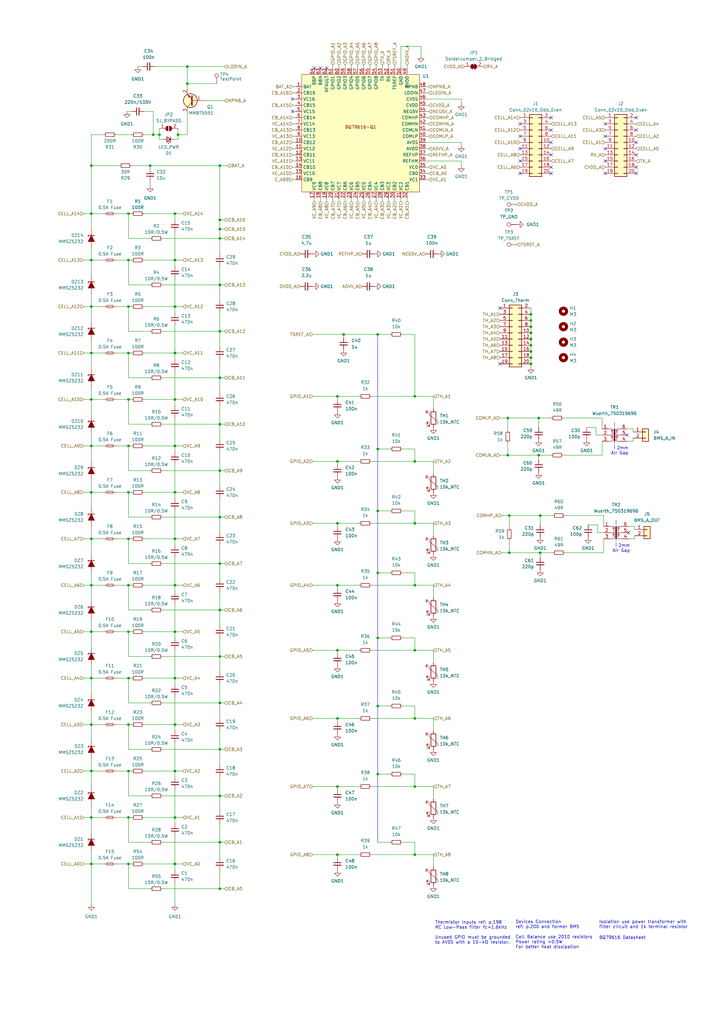
<source format=kicad_sch>
(kicad_sch (version 20230121) (generator eeschema)
  (paper "A3" portrait)
  (title_block (title "BQ79616 14Ch BMS") (date "2024-10-21") (rev "0.0.1") (company "NCKU Formula Racing Team"))
  (junction (at 221.615 226.695))
  (junction (at 90.17 93.98))
  (junction (at 208.28 171.45))
  (junction (at 37.465 201.93))
  (junction (at 90.17 116.84))
  (junction (at 217.805 133.985))
  (junction (at 138.43 240.03))
  (junction (at 52.705 125.73))
  (junction (at 52.705 335.28))
  (junction (at 138.43 189.23))
  (junction (at 90.17 154.94))
  (junction (at 37.465 220.98))
  (junction (at 52.705 354.33))
  (junction (at 140.97 137.16))
  (junction (at 62.865 55.245))
  (junction (at 90.17 212.09))
  (junction (at 90.17 307.34))
  (junction (at 52.705 163.83))
  (junction (at 90.17 269.24))
  (junction (at 37.465 354.33))
  (junction (at 90.17 173.99))
  (junction (at 71.755 354.33))
  (junction (at 170.18 162.56))
  (junction (at 71.755 220.98))
  (junction (at 138.43 294.64))
  (junction (at 90.17 345.44))
  (junction (at 71.755 182.88))
  (junction (at 220.98 171.45))
  (junction (at 71.755 144.78))
  (junction (at 37.465 182.88))
  (junction (at 37.465 144.78))
  (junction (at 71.755 201.93))
  (junction (at 71.755 87.63))
  (junction (at 90.17 193.04))
  (junction (at 37.465 106.68))
  (junction (at 37.465 297.18))
  (junction (at 221.615 211.455))
  (junction (at 37.465 125.73))
  (junction (at 90.17 67.945))
  (junction (at 217.805 144.145))
  (junction (at 37.465 240.03))
  (junction (at 208.915 211.455))
  (junction (at 217.805 146.685))
  (junction (at 217.805 131.445))
  (junction (at 65.405 55.245))
  (junction (at 154.94 317.5))
  (junction (at 71.755 259.08))
  (junction (at 217.805 136.525))
  (junction (at 37.465 259.08))
  (junction (at 170.18 266.7))
  (junction (at 76.835 34.29))
  (junction (at 90.17 231.14))
  (junction (at 37.465 163.83))
  (junction (at 217.805 128.905))
  (junction (at 90.17 97.79))
  (junction (at 154.94 289.56))
  (junction (at 71.755 297.18))
  (junction (at 220.98 186.69))
  (junction (at 217.805 139.065))
  (junction (at 138.43 322.58))
  (junction (at 37.465 87.63))
  (junction (at 170.18 189.23))
  (junction (at 71.755 106.68))
  (junction (at 37.465 67.945))
  (junction (at 138.43 162.56))
  (junction (at 154.94 261.62))
  (junction (at 71.755 125.73))
  (junction (at 73.025 55.245))
  (junction (at 90.17 326.39))
  (junction (at 61.595 67.945))
  (junction (at 170.18 214.63))
  (junction (at 71.755 240.03))
  (junction (at 52.705 182.88))
  (junction (at 52.705 240.03))
  (junction (at 170.18 240.03))
  (junction (at 90.17 364.49))
  (junction (at 52.705 297.18))
  (junction (at 154.94 209.55))
  (junction (at 52.705 316.23))
  (junction (at 90.17 250.19))
  (junction (at 71.755 163.83))
  (junction (at 52.705 278.13))
  (junction (at 138.43 266.7))
  (junction (at 217.805 149.225))
  (junction (at 37.465 278.13))
  (junction (at 208.28 186.69))
  (junction (at 138.43 350.52))
  (junction (at 208.915 226.695))
  (junction (at 52.705 220.98))
  (junction (at 71.755 335.28))
  (junction (at 217.805 141.605))
  (junction (at 90.17 135.89))
  (junction (at 37.465 316.23))
  (junction (at 170.18 294.64))
  (junction (at 52.705 201.93))
  (junction (at 90.17 90.17))
  (junction (at 37.465 335.28))
  (junction (at 71.755 278.13))
  (junction (at 170.18 322.58))
  (junction (at 52.705 87.63))
  (junction (at 52.705 144.78))
  (junction (at 90.17 288.29))
  (junction (at 154.94 234.95))
  (junction (at 71.755 316.23))
  (junction (at 52.705 106.68))
  (junction (at 76.835 27.305))
  (junction (at 154.94 184.15))
  (junction (at 138.43 214.63))
  (junction (at 170.18 350.52))
  (junction (at 154.94 137.16))
  (junction (at 52.705 259.08))
  (no_connect (at 128.905 27.94))
  (no_connect (at 120.015 45.72))
  (no_connect (at 133.985 27.94))
  (no_connect (at 248.285 60.96))
  (no_connect (at 257.81 218.44))
  (no_connect (at 213.36 55.88))
  (no_connect (at 226.06 58.42))
  (no_connect (at 257.175 178.435))
  (no_connect (at 248.285 50.8))
  (no_connect (at 213.36 60.96))
  (no_connect (at 226.06 63.5))
  (no_connect (at 226.06 71.12))
  (no_connect (at 260.985 68.58))
  (no_connect (at 260.985 71.12))
  (no_connect (at 248.285 55.88))
  (no_connect (at 226.06 68.58))
  (no_connect (at 131.445 27.94))
  (no_connect (at 213.36 50.8))
  (no_connect (at 260.985 58.42))
  (no_connect (at 213.36 66.04))
  (no_connect (at 248.285 66.04))
  (no_connect (at 120.015 40.64))
  (no_connect (at 260.985 63.5))
  (no_connect (at 248.285 71.12))
  (no_connect (at 205.105 149.225))
  (no_connect (at 226.06 48.26))
  (no_connect (at 205.105 126.365))
  (no_connect (at 260.985 48.26))
  (no_connect (at 226.06 53.34))
  (no_connect (at 213.36 71.12))
  (no_connect (at 260.985 53.34))
  (wire (pts (xy 71.755 285.75) (xy 71.755 297.18)))
  (wire (pts (xy 37.465 240.03) (xy 37.465 246.38)))
  (wire (pts (xy 71.755 259.08) (xy 71.755 261.62)))
  (wire (pts (xy 47.625 220.98) (xy 52.705 220.98)))
  (wire (pts (xy 37.465 215.9) (xy 37.465 220.98)))
  (wire (pts (xy 71.755 247.65) (xy 71.755 259.08)))
  (wire (pts (xy 66.675 288.29) (xy 90.17 288.29)))
  (wire (pts (xy 61.595 67.945) (xy 61.595 69.215)))
  (wire (pts (xy 90.17 356.87) (xy 90.17 364.49)))
  (wire (pts (xy 257.81 220.98) (xy 260.35 220.98)))
  (wire (pts (xy 47.625 201.93) (xy 52.705 201.93)))
  (wire (pts (xy 208.915 226.695) (xy 221.615 226.695)))
  (wire (pts (xy 71.755 144.78) (xy 74.93 144.78)))
  (wire (pts (xy 205.105 171.45) (xy 208.28 171.45)))
  (wire (pts (xy 220.98 188.595) (xy 220.98 186.69)))
  (wire (pts (xy 71.755 201.93) (xy 71.755 204.47)))
  (wire (pts (xy 52.07 45.72) (xy 53.975 45.72)))
  (wire (pts (xy 120.015 45.72) (xy 121.285 45.72)))
  (wire (pts (xy 52.705 288.29) (xy 61.595 288.29)))
  (wire (pts (xy 34.29 335.28) (xy 37.465 335.28)))
  (wire (pts (xy 154.94 317.5) (xy 160.02 317.5)))
  (wire (pts (xy 47.625 182.88) (xy 52.705 182.88)))
  (wire (pts (xy 90.17 93.98) (xy 92.075 93.98)))
  (wire (pts (xy 136.525 81.28) (xy 136.525 82.55)))
  (wire (pts (xy 71.755 57.15) (xy 73.025 57.15)))
  (wire (pts (xy 71.755 220.98) (xy 74.93 220.98)))
  (wire (pts (xy 90.17 109.22) (xy 90.17 116.84)))
  (wire (pts (xy 170.18 162.56) (xy 177.8 162.56)))
  (wire (pts (xy 90.17 67.945) (xy 90.17 90.17)))
  (wire (pts (xy 59.055 335.28) (xy 71.755 335.28)))
  (wire (pts (xy 71.755 201.93) (xy 74.93 201.93)))
  (wire (pts (xy 221.615 215.265) (xy 221.615 211.455)))
  (wire (pts (xy 128.27 137.16) (xy 140.97 137.16)))
  (wire (pts (xy 71.755 297.18) (xy 74.93 297.18)))
  (wire (pts (xy 71.755 335.28) (xy 71.755 337.82)))
  (wire (pts (xy 71.755 133.35) (xy 71.755 144.78)))
  (wire (pts (xy 174.625 68.58) (xy 175.895 68.58)))
  (wire (pts (xy 128.27 294.64) (xy 138.43 294.64)))
  (wire (pts (xy 152.4 189.23) (xy 170.18 189.23)))
  (wire (pts (xy 164.465 19.05) (xy 172.72 19.05)))
  (wire (pts (xy 76.835 27.305) (xy 92.075 27.305)))
  (wire (pts (xy 71.755 278.13) (xy 74.93 278.13)))
  (wire (pts (xy 120.015 40.64) (xy 121.285 40.64)))
  (wire (pts (xy 174.625 55.88) (xy 175.895 55.88)))
  (wire (pts (xy 71.755 278.13) (xy 71.755 280.67)))
  (wire (pts (xy 177.8 294.64) (xy 177.8 299.72)))
  (wire (pts (xy 37.465 67.945) (xy 37.465 87.63)))
  (wire (pts (xy 247.015 180.975) (xy 247.015 186.69)))
  (wire (pts (xy 52.705 307.34) (xy 61.595 307.34)))
  (wire (pts (xy 146.685 26.67) (xy 146.685 27.94)))
  (wire (pts (xy 71.755 87.63) (xy 74.93 87.63)))
  (wire (pts (xy 76.835 34.29) (xy 88.9 34.29)))
  (wire (pts (xy 71.755 182.88) (xy 71.755 185.42)))
  (wire (pts (xy 52.705 97.79) (xy 61.595 97.79)))
  (wire (pts (xy 174.625 35.56) (xy 175.895 35.56)))
  (wire (pts (xy 71.755 297.18) (xy 71.755 299.72)))
  (wire (pts (xy 47.625 125.73) (xy 52.705 125.73)))
  (wire (pts (xy 144.145 26.67) (xy 144.145 27.94)))
  (wire (pts (xy 37.465 220.98) (xy 37.465 227.33)))
  (wire (pts (xy 47.625 259.08) (xy 52.705 259.08)))
  (wire (pts (xy 90.17 135.89) (xy 90.17 142.24)))
  (wire (pts (xy 90.17 90.17) (xy 90.17 93.98)))
  (wire (pts (xy 52.705 144.78) (xy 53.975 144.78)))
  (wire (pts (xy 76.835 27.305) (xy 76.835 34.29)))
  (wire (pts (xy 165.1 317.5) (xy 170.18 317.5)))
  (wire (pts (xy 47.625 240.03) (xy 52.705 240.03)))
  (wire (pts (xy 52.705 297.18) (xy 53.975 297.18)))
  (wire (pts (xy 37.465 201.93) (xy 37.465 208.28)))
  (wire (pts (xy 217.805 131.445) (xy 217.805 133.985)))
  (wire (pts (xy 156.845 26.67) (xy 156.845 27.94)))
  (wire (pts (xy 59.055 354.33) (xy 71.755 354.33)))
  (wire (pts (xy 59.055 297.18) (xy 71.755 297.18)))
  (wire (pts (xy 66.675 231.14) (xy 90.17 231.14)))
  (wire (pts (xy 59.055 144.78) (xy 71.755 144.78)))
  (wire (pts (xy 52.705 335.28) (xy 53.975 335.28)))
  (wire (pts (xy 34.29 278.13) (xy 37.465 278.13)))
  (wire (pts (xy 170.18 317.5) (xy 170.18 322.58)))
  (wire (pts (xy 136.525 26.67) (xy 136.525 27.94)))
  (wire (pts (xy 140.97 137.16) (xy 140.97 138.43)))
  (wire (pts (xy 138.43 189.23) (xy 147.32 189.23)))
  (wire (pts (xy 63.5 27.305) (xy 76.835 27.305)))
  (wire (pts (xy 128.27 162.56) (xy 138.43 162.56)))
  (wire (pts (xy 208.28 171.45) (xy 208.28 176.53)))
  (wire (pts (xy 37.465 106.68) (xy 42.545 106.68)))
  (wire (pts (xy 59.055 106.68) (xy 71.755 106.68)))
  (wire (pts (xy 170.18 184.15) (xy 170.18 189.23)))
  (wire (pts (xy 52.705 231.14) (xy 52.705 220.98)))
  (wire (pts (xy 52.705 269.24) (xy 61.595 269.24)))
  (wire (pts (xy 120.015 53.34) (xy 121.285 53.34)))
  (wire (pts (xy 52.705 212.09) (xy 52.705 201.93)))
  (wire (pts (xy 167.005 26.67) (xy 167.005 27.94)))
  (wire (pts (xy 154.94 289.56) (xy 160.02 289.56)))
  (wire (pts (xy 52.705 250.19) (xy 61.595 250.19)))
  (wire (pts (xy 74.93 182.88) (xy 71.755 182.88)))
  (wire (pts (xy 52.705 364.49) (xy 52.705 354.33)))
  (wire (pts (xy 37.465 311.15) (xy 37.465 316.23)))
  (wire (pts (xy 52.705 345.44) (xy 52.705 335.28)))
  (wire (pts (xy 66.675 173.99) (xy 90.17 173.99)))
  (wire (pts (xy 52.705 250.19) (xy 52.705 240.03)))
  (wire (pts (xy 90.17 231.14) (xy 90.17 237.49)))
  (wire (pts (xy 61.595 74.295) (xy 61.595 76.2)))
  (wire (pts (xy 52.705 125.73) (xy 53.975 125.73)))
  (wire (pts (xy 71.755 240.03) (xy 74.93 240.03)))
  (wire (pts (xy 66.675 326.39) (xy 90.17 326.39)))
  (wire (pts (xy 154.94 261.62) (xy 154.94 289.56)) (stroke (width 0) (color 0 0 255 0.98)))
  (wire (pts (xy 76.835 34.29) (xy 76.835 36.195)))
  (wire (pts (xy 71.755 228.6) (xy 71.755 240.03)))
  (wire (pts (xy 47.625 278.13) (xy 52.705 278.13)))
  (wire (pts (xy 37.465 182.88) (xy 37.465 189.23)))
  (wire (pts (xy 71.755 323.85) (xy 71.755 335.28)))
  (wire (pts (xy 144.145 81.28) (xy 144.145 82.55)))
  (wire (pts (xy 205.74 211.455) (xy 208.915 211.455)))
  (wire (pts (xy 138.43 322.58) (xy 138.43 323.85)))
  (wire (pts (xy 138.43 294.64) (xy 138.43 295.91)))
  (wire (pts (xy 37.465 106.68) (xy 37.465 113.03)))
  (wire (pts (xy 189.23 40.64) (xy 174.625 40.64)))
  (wire (pts (xy 177.8 322.58) (xy 177.8 327.66)))
  (wire (pts (xy 71.755 259.08) (xy 74.93 259.08)))
  (wire (pts (xy 65.405 52.705) (xy 65.405 55.245)))
  (wire (pts (xy 174.625 50.8) (xy 175.895 50.8)))
  (wire (pts (xy 71.755 354.33) (xy 74.93 354.33)))
  (wire (pts (xy 71.755 220.98) (xy 71.755 223.52)))
  (wire (pts (xy 90.17 147.32) (xy 90.17 154.94)))
  (wire (pts (xy 138.43 240.03) (xy 138.43 241.3)))
  (wire (pts (xy 71.755 316.23) (xy 71.755 318.77)))
  (wire (pts (xy 120.015 50.8) (xy 121.285 50.8)))
  (wire (pts (xy 189.23 40.64) (xy 189.23 42.545)))
  (wire (pts (xy 52.705 364.49) (xy 61.595 364.49)))
  (wire (pts (xy 177.8 350.52) (xy 177.8 355.6)))
  (wire (pts (xy 220.98 171.45) (xy 226.06 171.45)))
  (wire (pts (xy 59.055 316.23) (xy 71.755 316.23)))
  (wire (pts (xy 73.025 57.15) (xy 73.025 55.245)))
  (wire (pts (xy 205.74 226.695) (xy 208.915 226.695)))
  (wire (pts (xy 138.43 266.7) (xy 138.43 267.97)))
  (wire (pts (xy 71.755 125.73) (xy 74.93 125.73)))
  (wire (pts (xy 34.29 144.78) (xy 37.465 144.78)))
  (wire (pts (xy 52.705 288.29) (xy 52.705 278.13)))
  (wire (pts (xy 128.27 240.03) (xy 138.43 240.03)))
  (wire (pts (xy 90.17 269.24) (xy 90.17 275.59)))
  (wire (pts (xy 170.18 294.64) (xy 177.8 294.64)))
  (wire (pts (xy 217.805 133.985) (xy 217.805 136.525)))
  (wire (pts (xy 208.915 211.455) (xy 208.915 216.535)))
  (wire (pts (xy 138.43 189.23) (xy 138.43 190.5)))
  (wire (pts (xy 170.18 345.44) (xy 170.18 350.52)))
  (wire (pts (xy 90.17 250.19) (xy 90.17 256.54)))
  (wire (pts (xy 37.465 120.65) (xy 37.465 125.73)))
  (wire (pts (xy 257.175 175.895) (xy 259.715 175.895)))
  (wire (pts (xy 175.895 43.18) (xy 174.625 43.18)))
  (wire (pts (xy 90.17 212.09) (xy 92.075 212.09)))
  (wire (pts (xy 159.385 26.67) (xy 159.385 27.94)))
  (wire (pts (xy 34.29 240.03) (xy 37.465 240.03)))
  (wire (pts (xy 128.27 266.7) (xy 138.43 266.7)))
  (wire (pts (xy 154.94 345.44) (xy 160.02 345.44)))
  (wire (pts (xy 52.705 259.08) (xy 53.975 259.08)))
  (wire (pts (xy 174.625 48.26) (xy 175.895 48.26)))
  (wire (pts (xy 164.465 19.05) (xy 164.465 27.94)))
  (wire (pts (xy 37.465 297.18) (xy 37.465 303.53)))
  (wire (pts (xy 120.015 66.04) (xy 121.285 66.04)))
  (wire (pts (xy 247.015 186.69) (xy 231.14 186.69)))
  (wire (pts (xy 66.675 212.09) (xy 90.17 212.09)))
  (polyline (pts (xy 252.095 173.355) (xy 252.095 184.15)) (stroke (width 0) (type dash)))
  (wire (pts (xy 90.17 269.24) (xy 92.075 269.24)))
  (wire (pts (xy 154.94 184.15) (xy 154.94 209.55)) (stroke (width 0) (color 0 0 255 0.98)))
  (wire (pts (xy 53.975 67.945) (xy 61.595 67.945)))
  (wire (pts (xy 37.465 125.73) (xy 37.465 132.08)))
  (wire (pts (xy 133.985 81.28) (xy 133.985 82.55)))
  (wire (pts (xy 247.65 218.44) (xy 245.11 218.44)))
  (wire (pts (xy 170.18 137.16) (xy 170.18 162.56)))
  (wire (pts (xy 165.1 137.16) (xy 170.18 137.16)))
  (wire (pts (xy 152.4 322.58) (xy 170.18 322.58)))
  (wire (pts (xy 47.625 354.33) (xy 52.705 354.33)))
  (wire (pts (xy 37.465 354.33) (xy 42.545 354.33)))
  (wire (pts (xy 152.4 294.64) (xy 170.18 294.64)))
  (wire (pts (xy 208.28 186.69) (xy 220.98 186.69)))
  (wire (pts (xy 37.465 259.08) (xy 37.465 265.43)))
  (wire (pts (xy 170.18 350.52) (xy 177.8 350.52)))
  (wire (pts (xy 90.17 242.57) (xy 90.17 250.19)))
  (wire (pts (xy 37.465 55.245) (xy 37.465 67.945)))
  (wire (pts (xy 71.755 163.83) (xy 74.93 163.83)))
  (wire (pts (xy 161.925 81.28) (xy 161.925 82.55)))
  (wire (pts (xy 52.705 193.04) (xy 61.595 193.04)))
  (wire (pts (xy 66.675 364.49) (xy 90.17 364.49)))
  (wire (pts (xy 154.94 137.16) (xy 160.02 137.16)))
  (wire (pts (xy 47.625 297.18) (xy 52.705 297.18)))
  (wire (pts (xy 138.43 214.63) (xy 147.32 214.63)))
  (wire (pts (xy 170.18 234.95) (xy 170.18 240.03)))
  (wire (pts (xy 90.17 318.77) (xy 90.17 326.39)))
  (wire (pts (xy 139.065 81.28) (xy 139.065 82.55)))
  (wire (pts (xy 37.465 67.945) (xy 48.895 67.945)))
  (wire (pts (xy 140.97 137.16) (xy 154.94 137.16)))
  (wire (pts (xy 58.42 27.305) (xy 56.515 27.305)))
  (wire (pts (xy 90.17 299.72) (xy 90.17 307.34)))
  (wire (pts (xy 34.29 163.83) (xy 37.465 163.83)))
  (wire (pts (xy 37.465 101.6) (xy 37.465 106.68)))
  (wire (pts (xy 152.4 162.56) (xy 170.18 162.56)))
  (wire (pts (xy 220.98 175.26) (xy 220.98 171.45)))
  (wire (pts (xy 154.94 234.95) (xy 160.02 234.95)))
  (wire (pts (xy 90.17 337.82) (xy 90.17 345.44)))
  (wire (pts (xy 71.755 152.4) (xy 71.755 163.83)))
  (wire (pts (xy 231.775 211.455) (xy 247.65 211.455)))
  (wire (pts (xy 217.805 139.065) (xy 217.805 141.605)))
  (wire (pts (xy 165.1 234.95) (xy 170.18 234.95)))
  (wire (pts (xy 37.465 316.23) (xy 42.545 316.23)))
  (wire (pts (xy 165.1 261.62) (xy 170.18 261.62)))
  (wire (pts (xy 138.43 162.56) (xy 138.43 163.83)))
  (wire (pts (xy 177.8 214.63) (xy 177.8 219.71)))
  (wire (pts (xy 217.805 126.365) (xy 217.805 128.905)))
  (wire (pts (xy 170.18 289.56) (xy 170.18 294.64)))
  (wire (pts (xy 90.17 193.04) (xy 90.17 199.39)))
  (wire (pts (xy 52.705 220.98) (xy 53.975 220.98)))
  (wire (pts (xy 52.705 316.23) (xy 53.975 316.23)))
  (wire (pts (xy 52.705 278.13) (xy 53.975 278.13)))
  (wire (pts (xy 120.015 60.96) (xy 121.285 60.96)))
  (wire (pts (xy 244.475 175.26) (xy 240.665 175.26)))
  (wire (pts (xy 52.705 212.09) (xy 61.595 212.09)))
  (wire (pts (xy 205.105 186.69) (xy 208.28 186.69)))
  (wire (pts (xy 154.94 184.15) (xy 160.02 184.15)))
  (wire (pts (xy 37.465 196.85) (xy 37.465 201.93)))
  (wire (pts (xy 152.4 350.52) (xy 170.18 350.52)))
  (wire (pts (xy 151.765 81.28) (xy 151.765 82.55)))
  (wire (pts (xy 177.8 162.56) (xy 177.8 167.64)))
  (wire (pts (xy 175.895 45.72) (xy 174.625 45.72)))
  (wire (pts (xy 220.98 186.69) (xy 226.06 186.69)))
  (wire (pts (xy 90.17 345.44) (xy 92.075 345.44)))
  (wire (pts (xy 59.055 125.73) (xy 71.755 125.73)))
  (wire (pts (xy 52.705 154.94) (xy 61.595 154.94)))
  (wire (pts (xy 189.23 66.04) (xy 189.23 67.945)))
  (wire (pts (xy 231.14 171.45) (xy 247.015 171.45)))
  (wire (pts (xy 47.625 163.83) (xy 52.705 163.83)))
  (wire (pts (xy 146.685 81.28) (xy 146.685 82.55)))
  (wire (pts (xy 259.715 175.895) (xy 259.715 177.165)))
  (wire (pts (xy 174.625 53.34) (xy 175.895 53.34)))
  (wire (pts (xy 52.705 354.33) (xy 53.975 354.33)))
  (wire (pts (xy 59.055 278.13) (xy 71.755 278.13)))
  (wire (pts (xy 37.465 259.08) (xy 42.545 259.08)))
  (wire (pts (xy 90.17 326.39) (xy 90.17 332.74)))
  (wire (pts (xy 59.055 182.88) (xy 71.755 182.88)))
  (wire (pts (xy 37.465 354.33) (xy 37.465 370.84)))
  (wire (pts (xy 120.015 35.56) (xy 121.285 35.56)))
  (wire (pts (xy 37.465 330.2) (xy 37.465 335.28)))
  (wire (pts (xy 66.675 57.15) (xy 65.405 57.15)))
  (wire (pts (xy 52.705 97.79) (xy 52.705 87.63)))
  (wire (pts (xy 90.17 128.27) (xy 90.17 135.89)))
  (wire (pts (xy 71.755 266.7) (xy 71.755 278.13)))
  (wire (pts (xy 128.27 214.63) (xy 138.43 214.63)))
  (wire (pts (xy 34.29 87.63) (xy 37.465 87.63)))
  (wire (pts (xy 52.705 173.99) (xy 61.595 173.99)))
  (wire (pts (xy 34.29 297.18) (xy 37.465 297.18)))
  (wire (pts (xy 90.17 154.94) (xy 92.075 154.94)))
  (wire (pts (xy 34.29 201.93) (xy 37.465 201.93)))
  (wire (pts (xy 138.43 350.52) (xy 138.43 351.79)))
  (wire (pts (xy 37.465 234.95) (xy 37.465 240.03)))
  (wire (pts (xy 59.055 55.245) (xy 62.865 55.245)))
  (wire (pts (xy 245.11 215.265) (xy 241.3 215.265)))
  (wire (pts (xy 90.17 93.98) (xy 90.17 97.79)))
  (wire (pts (xy 152.4 214.63) (xy 170.18 214.63)))
  (wire (pts (xy 165.1 345.44) (xy 170.18 345.44)))
  (wire (pts (xy 76.835 55.245) (xy 76.835 46.355)))
  (wire (pts (xy 90.17 212.09) (xy 90.17 218.44)))
  (wire (pts (xy 52.705 135.89) (xy 61.595 135.89)))
  (polyline (pts (xy 252.73 213.36) (xy 252.73 224.155)) (stroke (width 0) (type dash)))
  (wire (pts (xy 167.005 81.28) (xy 167.005 82.55)))
  (wire (pts (xy 37.465 139.7) (xy 37.465 144.78)))
  (wire (pts (xy 177.8 240.03) (xy 177.8 245.11)))
  (wire (pts (xy 165.1 184.15) (xy 170.18 184.15)))
  (wire (pts (xy 90.17 250.19) (xy 92.075 250.19)))
  (wire (pts (xy 37.465 349.25) (xy 37.465 354.33)))
  (wire (pts (xy 90.17 154.94) (xy 90.17 161.29)))
  (wire (pts (xy 37.465 316.23) (xy 37.465 322.58)))
  (wire (pts (xy 37.465 297.18) (xy 42.545 297.18)))
  (wire (pts (xy 71.755 335.28) (xy 74.93 335.28)))
  (wire (pts (xy 71.755 304.8) (xy 71.755 316.23)))
  (wire (pts (xy 154.94 289.56) (xy 154.94 317.5)) (stroke (width 0) (color 0 0 255 0.98)))
  (wire (pts (xy 66.675 135.89) (xy 90.17 135.89)))
  (wire (pts (xy 52.705 307.34) (xy 52.705 297.18)))
  (wire (pts (xy 161.925 26.67) (xy 161.925 27.94)))
  (wire (pts (xy 66.675 154.94) (xy 90.17 154.94)))
  (wire (pts (xy 71.755 114.3) (xy 71.755 125.73)))
  (wire (pts (xy 66.675 269.24) (xy 90.17 269.24)))
  (wire (pts (xy 52.705 87.63) (xy 53.975 87.63)))
  (wire (pts (xy 141.605 81.28) (xy 141.605 82.55)))
  (wire (pts (xy 37.465 177.8) (xy 37.465 182.88)))
  (wire (pts (xy 247.65 220.98) (xy 247.65 226.695)))
  (wire (pts (xy 174.625 63.5) (xy 175.895 63.5)))
  (wire (pts (xy 174.625 71.12) (xy 175.895 71.12)))
  (wire (pts (xy 71.755 144.78) (xy 71.755 147.32)))
  (wire (pts (xy 120.015 68.58) (xy 121.285 68.58)))
  (wire (pts (xy 152.4 240.03) (xy 170.18 240.03)))
  (wire (pts (xy 165.1 209.55) (xy 170.18 209.55)))
  (wire (pts (xy 37.465 335.28) (xy 42.545 335.28)))
  (wire (pts (xy 165.1 289.56) (xy 170.18 289.56)))
  (wire (pts (xy 84.455 41.275) (xy 92.075 41.275)))
  (wire (pts (xy 221.615 211.455) (xy 208.915 211.455)))
  (wire (pts (xy 138.43 214.63) (xy 138.43 215.9)))
  (wire (pts (xy 156.845 81.28) (xy 156.845 82.55)))
  (wire (pts (xy 59.055 240.03) (xy 71.755 240.03)))
  (wire (pts (xy 189.23 58.42) (xy 189.23 59.69)))
  (wire (pts (xy 120.015 48.26) (xy 121.285 48.26)))
  (wire (pts (xy 66.675 307.34) (xy 90.17 307.34)))
  (wire (pts (xy 221.615 211.455) (xy 226.695 211.455)))
  (wire (pts (xy 37.465 273.05) (xy 37.465 278.13)))
  (wire (pts (xy 34.29 182.88) (xy 37.465 182.88)))
  (wire (pts (xy 208.28 181.61) (xy 208.28 186.69)))
  (wire (pts (xy 90.17 173.99) (xy 90.17 180.34)))
  (wire (pts (xy 208.915 221.615) (xy 208.915 226.695)))
  (wire (pts (xy 47.625 87.63) (xy 52.705 87.63)))
  (wire (pts (xy 247.015 171.45) (xy 247.015 175.895)))
  (wire (pts (xy 90.17 116.84) (xy 90.17 123.19)))
  (wire (pts (xy 34.29 354.33) (xy 37.465 354.33)))
  (wire (pts (xy 52.705 326.39) (xy 52.705 316.23)))
  (wire (pts (xy 141.605 26.67) (xy 141.605 27.94)))
  (wire (pts (xy 128.27 350.52) (xy 138.43 350.52)))
  (wire (pts (xy 66.675 193.04) (xy 90.17 193.04)))
  (wire (pts (xy 90.17 116.84) (xy 92.075 116.84)))
  (wire (pts (xy 221.615 226.695) (xy 226.695 226.695)))
  (wire (pts (xy 71.755 90.17) (xy 71.755 87.63)))
  (wire (pts (xy 120.015 58.42) (xy 121.285 58.42)))
  (wire (pts (xy 47.625 106.68) (xy 52.705 106.68)))
  (wire (pts (xy 37.465 87.63) (xy 37.465 93.98)))
  (wire (pts (xy 34.29 220.98) (xy 37.465 220.98)))
  (wire (pts (xy 52.705 182.88) (xy 53.975 182.88)))
  (wire (pts (xy 37.465 55.245) (xy 42.545 55.245)))
  (wire (pts (xy 90.17 166.37) (xy 90.17 173.99)))
  (wire (pts (xy 37.465 163.83) (xy 37.465 170.18)))
  (wire (pts (xy 59.055 163.83) (xy 71.755 163.83)))
  (wire (pts (xy 37.465 254) (xy 37.465 259.08)))
  (wire (pts (xy 138.43 350.52) (xy 147.32 350.52)))
  (wire (pts (xy 154.94 261.62) (xy 160.02 261.62)))
  (wire (pts (xy 62.865 45.72) (xy 62.865 55.245)))
  (wire (pts (xy 90.17 97.79) (xy 90.17 104.14)))
  (wire (pts (xy 120.015 63.5) (xy 121.285 63.5)))
  (wire (pts (xy 244.475 178.435) (xy 244.475 175.26)))
  (wire (pts (xy 61.595 67.945) (xy 90.17 67.945)))
  (wire (pts (xy 52.705 269.24) (xy 52.705 259.08)))
  (wire (pts (xy 71.755 209.55) (xy 71.755 220.98)))
  (wire (pts (xy 149.225 26.67) (xy 149.225 27.94)))
  (wire (pts (xy 170.18 322.58) (xy 177.8 322.58)))
  (wire (pts (xy 71.755 106.68) (xy 74.93 106.68)))
  (wire (pts (xy 37.465 278.13) (xy 42.545 278.13)))
  (wire (pts (xy 71.755 106.68) (xy 71.755 109.22)))
  (wire (pts (xy 220.98 171.45) (xy 208.28 171.45)))
  (wire (pts (xy 37.465 220.98) (xy 42.545 220.98)))
  (wire (pts (xy 52.705 345.44) (xy 61.595 345.44)))
  (wire (pts (xy 52.705 106.68) (xy 53.975 106.68)))
  (wire (pts (xy 90.17 345.44) (xy 90.17 351.79)))
  (wire (pts (xy 52.705 240.03) (xy 53.975 240.03)))
  (wire (pts (xy 37.465 182.88) (xy 42.545 182.88)))
  (wire (pts (xy 170.18 209.55) (xy 170.18 214.63)))
  (wire (pts (xy 47.625 55.245) (xy 53.975 55.245)))
  (wire (pts (xy 260.35 219.71) (xy 260.35 220.98)))
  (wire (pts (xy 90.17 280.67) (xy 90.17 288.29)))
  (wire (pts (xy 217.805 146.685) (xy 217.805 149.225)))
  (wire (pts (xy 65.405 57.15) (xy 65.405 55.245)))
  (wire (pts (xy 170.18 266.7) (xy 177.8 266.7)))
  (wire (pts (xy 154.94 137.16) (xy 154.94 184.15)) (stroke (width 0) (color 0 0 255 0.98)))
  (wire (pts (xy 71.755 361.95) (xy 71.755 370.84)))
  (wire (pts (xy 52.705 135.89) (xy 52.705 125.73)))
  (wire (pts (xy 172.72 19.05) (xy 172.72 22.86)))
  (wire (pts (xy 174.625 58.42) (xy 189.23 58.42)))
  (wire (pts (xy 139.065 26.67) (xy 139.065 27.94)))
  (wire (pts (xy 120.015 73.66) (xy 121.285 73.66)))
  (wire (pts (xy 170.18 214.63) (xy 177.8 214.63)))
  (wire (pts (xy 259.715 179.705) (xy 259.715 180.975)))
  (wire (pts (xy 90.17 193.04) (xy 92.075 193.04)))
  (wire (pts (xy 73.025 55.245) (xy 73.025 52.705)))
  (wire (pts (xy 217.805 128.905) (xy 217.805 131.445)))
  (wire (pts (xy 59.055 259.08) (xy 71.755 259.08)))
  (wire (pts (xy 34.29 316.23) (xy 37.465 316.23)))
  (wire (pts (xy 71.755 190.5) (xy 71.755 201.93)))
  (wire (pts (xy 90.17 288.29) (xy 90.17 294.64)))
  (wire (pts (xy 120.015 55.88) (xy 121.285 55.88)))
  (wire (pts (xy 217.805 149.225) (xy 217.805 150.495)))
  (wire (pts (xy 37.465 335.28) (xy 37.465 341.63)))
  (wire (pts (xy 120.015 38.1) (xy 121.285 38.1)))
  (wire (pts (xy 90.17 307.34) (xy 90.17 313.69)))
  (wire (pts (xy 66.675 97.79) (xy 90.17 97.79)))
  (wire (pts (xy 154.94 234.95) (xy 154.94 261.62)) (stroke (width 0) (color 0 0 255 0.98)))
  (wire (pts (xy 90.17 185.42) (xy 90.17 193.04)))
  (wire (pts (xy 149.225 81.28) (xy 149.225 82.55)))
  (wire (pts (xy 52.705 201.93) (xy 53.975 201.93)))
  (wire (pts (xy 37.465 125.73) (xy 42.545 125.73)))
  (wire (pts (xy 138.43 294.64) (xy 147.32 294.64)))
  (wire (pts (xy 59.055 45.72) (xy 62.865 45.72)))
  (wire (pts (xy 52.705 193.04) (xy 52.705 182.88)))
  (wire (pts (xy 90.17 204.47) (xy 90.17 212.09)))
  (wire (pts (xy 175.895 60.96) (xy 174.625 60.96)))
  (wire (pts (xy 37.465 144.78) (xy 42.545 144.78)))
  (wire (pts (xy 90.17 364.49) (xy 92.075 364.49)))
  (wire (pts (xy 247.65 211.455) (xy 247.65 215.9)))
  (wire (pts (xy 90.17 223.52) (xy 90.17 231.14)))
  (wire (pts (xy 120.015 71.12) (xy 121.285 71.12)))
  (wire (pts (xy 66.675 116.84) (xy 90.17 116.84)))
  (wire (pts (xy 257.175 180.975) (xy 259.715 180.975)))
  (wire (pts (xy 90.17 261.62) (xy 90.17 269.24)))
  (wire (pts (xy 37.465 87.63) (xy 42.545 87.63)))
  (wire (pts (xy 52.705 116.84) (xy 61.595 116.84)))
  (wire (pts (xy 170.18 189.23) (xy 177.8 189.23)))
  (wire (pts (xy 90.17 288.29) (xy 92.075 288.29)))
  (wire (pts (xy 90.17 173.99) (xy 92.075 173.99)))
  (wire (pts (xy 65.405 55.245) (xy 62.865 55.245)))
  (wire (pts (xy 128.27 322.58) (xy 138.43 322.58)))
  (wire (pts (xy 138.43 162.56) (xy 147.32 162.56)))
  (wire (pts (xy 170.18 261.62) (xy 170.18 266.7)))
  (wire (pts (xy 90.17 307.34) (xy 92.075 307.34)))
  (wire (pts (xy 66.675 345.44) (xy 90.17 345.44)))
  (wire (pts (xy 152.4 266.7) (xy 170.18 266.7)))
  (wire (pts (xy 217.805 136.525) (xy 217.805 139.065)))
  (wire (pts (xy 131.445 81.28) (xy 131.445 82.55)))
  (wire (pts (xy 37.465 292.1) (xy 37.465 297.18)))
  (wire (pts (xy 154.305 26.67) (xy 154.305 27.94)))
  (wire (pts (xy 164.465 81.28) (xy 164.465 82.55)))
  (wire (pts (xy 217.805 141.605) (xy 217.805 144.145)))
  (wire (pts (xy 90.17 135.89) (xy 92.075 135.89)))
  (wire (pts (xy 34.29 106.68) (xy 37.465 106.68)))
  (wire (pts (xy 170.18 240.03) (xy 177.8 240.03)))
  (wire (pts (xy 257.81 215.9) (xy 260.35 215.9)))
  (wire (pts (xy 59.055 220.98) (xy 71.755 220.98)))
  (wire (pts (xy 138.43 322.58) (xy 147.32 322.58)))
  (wire (pts (xy 34.29 125.73) (xy 37.465 125.73)))
  (wire (pts (xy 71.755 171.45) (xy 71.755 182.88)))
  (wire (pts (xy 90.17 231.14) (xy 92.075 231.14)))
  (wire (pts (xy 177.8 189.23) (xy 177.8 194.31)))
  (wire (pts (xy 66.675 250.19) (xy 90.17 250.19)))
  (wire (pts (xy 37.465 158.75) (xy 37.465 163.83)))
  (wire (pts (xy 52.705 173.99) (xy 52.705 163.83)))
  (wire (pts (xy 247.015 178.435) (xy 244.475 178.435)))
  (wire (pts (xy 154.94 209.55) (xy 154.94 234.95)) (stroke (width 0) (color 0 0 255 0.98)))
  (wire (pts (xy 247.65 226.695) (xy 231.775 226.695)))
  (wire (pts (xy 52.705 154.94) (xy 52.705 144.78)))
  (wire (pts (xy 128.27 189.23) (xy 138.43 189.23)))
  (wire (pts (xy 260.35 215.9) (xy 260.35 217.17)))
  (wire (pts (xy 128.905 81.28) (xy 128.905 82.55)))
  (wire (pts (xy 90.17 67.945) (xy 93.345 67.945)))
  (wire (pts (xy 90.17 97.79) (xy 92.075 97.79)))
  (wire (pts (xy 37.465 163.83) (xy 42.545 163.83)))
  (wire (pts (xy 52.705 326.39) (xy 61.595 326.39)))
  (wire (pts (xy 154.94 209.55) (xy 160.02 209.55)))
  (wire (pts (xy 37.465 144.78) (xy 37.465 151.13)))
  (wire (pts (xy 120.015 43.18) (xy 121.285 43.18)))
  (wire (pts (xy 151.765 26.67) (xy 151.765 27.94)))
  (wire (pts (xy 47.625 316.23) (xy 52.705 316.23)))
  (wire (pts (xy 71.755 354.33) (xy 71.755 356.87)))
  (wire (pts (xy 73.025 55.245) (xy 76.835 55.245)))
  (wire (pts (xy 138.43 266.7) (xy 147.32 266.7)))
  (wire (pts (xy 138.43 240.03) (xy 147.32 240.03)))
  (wire (pts (xy 47.625 144.78) (xy 52.705 144.78)))
  (wire (pts (xy 37.465 278.13) (xy 37.465 284.48)))
  (wire (pts (xy 52.705 231.14) (xy 61.595 231.14)))
  (wire (pts (xy 174.625 38.1) (xy 175.895 38.1)))
  (wire (pts (xy 174.625 66.04) (xy 189.23 66.04)))
  (wire (pts (xy 90.17 326.39) (xy 92.075 326.39)))
  (wire (pts (xy 71.755 95.25) (xy 71.755 106.68)))
  (wire (pts (xy 34.29 259.08) (xy 37.465 259.08)))
  (wire (pts (xy 52.705 116.84) (xy 52.705 106.68)))
  (wire (pts (xy 37.465 240.03) (xy 42.545 240.03)))
  (wire (pts (xy 217.805 144.145) (xy 217.805 146.685)))
  (wire (pts (xy 71.755 125.73) (xy 71.755 128.27)))
  (wire (pts (xy 154.94 317.5) (xy 154.94 345.44)) (stroke (width 0) (color 0 0 255 0.98)))
  (wire (pts (xy 37.465 201.93) (xy 42.545 201.93)))
  (wire (pts (xy 59.055 87.63) (xy 71.755 87.63)))
  (wire (pts (xy 47.625 335.28) (xy 52.705 335.28)))
  (wire (pts (xy 52.705 163.83) (xy 53.975 163.83)))
  (wire (pts (xy 90.17 90.17) (xy 92.075 90.17)))
  (wire (pts (xy 71.755 240.03) (xy 71.755 242.57)))
  (wire (pts (xy 154.305 81.28) (xy 154.305 82.55)))
  (wire (pts (xy 174.625 73.66) (xy 175.895 73.66)))
  (wire (pts (xy 159.385 81.28) (xy 159.385 82.55)))
  (wire (pts (xy 177.8 266.7) (xy 177.8 271.78)))
  (wire (pts (xy 221.615 228.6) (xy 221.615 226.695)))
  (wire (pts (xy 71.755 342.9) (xy 71.755 354.33)))
  (wire (pts (xy 71.755 316.23) (xy 74.93 316.23)))
  (wire (pts (xy 245.11 218.44) (xy 245.11 215.265)))
  (wire (pts (xy 59.055 201.93) (xy 71.755 201.93)))
  (wire (pts (xy 71.755 163.83) (xy 71.755 166.37)))
  (text "BQ79616 Datasheet" (at 245.745 385.445 0) (effects (font (size 1.27 1.27)) (justify left bottom)))
  (text "2mm\nAir Gap" (at 257.81 186.69 0) (effects (font (size 1.27 1.27)) (justify right bottom)))
  (text "Devices Connection\nref: p.200 and former BMS" (at 211.455 381 0) (effects (font (size 1.27 1.27)) (justify left bottom)))
  (text "2mm\nAir Gap" (at 258.445 226.695 0) (effects (font (size 1.27 1.27)) (justify right bottom)))
  (text "Thermistor Inputs ref: p.198\nRC Low-Pass filter fc=1.6kHz\n \nUnused GPIO must be grounded\nto AVSS with a 10-kΩ resistor." (at 178.435 387.35 0) (effects (font (size 1.27 1.27)) (justify left bottom)))
  (text "Isolation use power transformer with\nfilter circuit and 1k terminal resistor\n" (at 245.745 381 0) (effects (font (size 1.27 1.27)) (justify left bottom)))
  (text "Cell Balance use 2010 resistors\nPower rating >0.5W\nFor better heat dissipation\n" (at 211.455 389.255 0) (effects (font (size 1.27 1.27)) (justify left bottom)))
  (hierarchical_label "CB_A2" (shape input) (at 161.925 82.55 270))
  (hierarchical_label "NEG5V_A" (shape input) (at 174.625 104.14 180))
  (hierarchical_label "GPIO_A5" (shape input) (at 146.685 26.67 90))
  (hierarchical_label "VC_A10" (shape input) (at 74.93 163.83 0))
  (hierarchical_label "NPNB_A" (shape input) (at 175.895 35.56 0))
  (hierarchical_label "CVDD_A" (shape input) (at 212.09 83.82 0))
  (hierarchical_label "CELL_A10" (shape input) (at 213.36 58.42 180))
  (hierarchical_label "LDOIN_A" (shape input) (at 175.895 38.1 0))
  (hierarchical_label "VC_A14" (shape input) (at 120.015 50.8 180))
  (hierarchical_label "GPIO_A6" (shape input) (at 149.225 26.67 90))
  (hierarchical_label "TH_A5" (shape input) (at 205.105 139.065 180))
  (hierarchical_label "VC_A14" (shape input) (at 74.93 87.63 0))
  (hierarchical_label "VC_A12" (shape input) (at 74.93 125.73 0))
  (hierarchical_label "GPIO_A6" (shape input) (at 128.27 294.64 180))
  (hierarchical_label "CELL_A14" (shape input) (at 34.29 87.63 180))
  (hierarchical_label "CB_A4" (shape input) (at 151.765 82.55 270))
  (hierarchical_label "CELL_A7" (shape input) (at 34.29 220.98 180))
  (hierarchical_label "CELL_A11" (shape input) (at 34.29 144.78 180))
  (hierarchical_label "GPIO_A8" (shape input) (at 128.27 350.52 180))
  (hierarchical_label "CELL_A7" (shape input) (at 226.06 66.04 0))
  (hierarchical_label "BAT_A" (shape input) (at 93.345 67.945 0))
  (hierarchical_label "CELL_A4" (shape input) (at 34.29 278.13 180))
  (hierarchical_label "TH_A4" (shape input) (at 205.105 136.525 180))
  (hierarchical_label "CB_A15" (shape input) (at 92.075 93.98 0))
  (hierarchical_label "TSREF_A" (shape input) (at 161.925 26.67 90))
  (hierarchical_label "TH_A7" (shape input) (at 177.8 322.58 0))
  (hierarchical_label "TSREF_A" (shape input) (at 128.27 137.16 180))
  (hierarchical_label "TH_A5" (shape input) (at 177.8 266.7 0))
  (hierarchical_label "COMLP_A" (shape input) (at 175.895 55.88 0))
  (hierarchical_label "CELL_A5" (shape input) (at 248.285 48.26 180))
  (hierarchical_label "ADVV_A" (shape input) (at 175.895 60.96 0))
  (hierarchical_label "GPIO_A7" (shape input) (at 128.27 322.58 180))
  (hierarchical_label "CELL_A9" (shape input) (at 226.06 60.96 0))
  (hierarchical_label "CB_A6" (shape input) (at 141.605 82.55 270))
  (hierarchical_label "CVDD_A" (shape input) (at 190.5 27.305 180))
  (hierarchical_label "CB_A0" (shape input) (at 175.895 71.12 0))
  (hierarchical_label "CB_A5" (shape input) (at 146.685 82.55 270))
  (hierarchical_label "VC_A9" (shape input) (at 128.905 82.55 270))
  (hierarchical_label "CELL_A0" (shape input) (at 34.29 354.33 180))
  (hierarchical_label "TH_A8" (shape input) (at 205.105 146.685 180))
  (hierarchical_label "TH_A3" (shape input) (at 205.105 133.985 180))
  (hierarchical_label "GPIO_A4" (shape input) (at 144.145 26.67 90))
  (hierarchical_label "RX_A" (shape input) (at 159.385 26.67 90))
  (hierarchical_label "CELL_A6" (shape input) (at 213.36 68.58 180))
  (hierarchical_label "CELL_A1" (shape input) (at 34.29 335.28 180))
  (hierarchical_label "VC_A2" (shape input) (at 74.93 316.23 0))
  (hierarchical_label "CELL_A11" (shape input) (at 226.06 55.88 0))
  (hierarchical_label "CB_A16" (shape input) (at 120.015 38.1 180))
  (hierarchical_label "VC_A9" (shape input) (at 74.93 182.88 0))
  (hierarchical_label "VC_A2" (shape input) (at 164.465 82.55 270))
  (hierarchical_label "VC_A1" (shape input) (at 175.895 73.66 0))
  (hierarchical_label "CB_A15" (shape input) (at 120.015 43.18 180))
  (hierarchical_label "CB_A10" (shape input) (at 120.015 68.58 180))
  (hierarchical_label "CELL_A8" (shape input) (at 34.29 201.93 180))
  (hierarchical_label "CB_A7" (shape input) (at 136.6624 82.5338 270))
  (hierarchical_label "ADVV_A" (shape input) (at 167.005 26.67 90))
  (hierarchical_label "COMHP_A" (shape input) (at 175.895 48.26 0))
  (hierarchical_label "VC_A1" (shape input) (at 74.93 335.28 0))
  (hierarchical_label "TX_A" (shape input) (at 260.985 66.04 0))
  (hierarchical_label "CB_A12" (shape input) (at 120.015 58.42 180))
  (hierarchical_label "NEG5V_A" (shape input) (at 175.895 45.72 0))
  (hierarchical_label "GPIO_A2" (shape input) (at 128.27 189.23 180))
  (hierarchical_label "COMLP_A" (shape input) (at 205.105 171.45 180))
  (hierarchical_label "TH_A7" (shape input) (at 205.105 144.145 180))
  (hierarchical_label "TH_A2" (shape input) (at 205.105 131.445 180))
  (hierarchical_label "TH_A2" (shape input) (at 177.8 189.23 0))
  (hierarchical_label "TSREF_A" (shape input) (at 212.09 100.33 0))
  (hierarchical_label "CB_A11" (shape input) (at 92.075 154.94 0))
  (hierarchical_label "REFHP_A" (shape input) (at 148.59 104.14 180))
  (hierarchical_label "VC_A6" (shape input) (at 144.145 82.55 270))
  (hierarchical_label "VC_A3" (shape input) (at 159.385 82.55 270))
  (hierarchical_label "REFHP_A" (shape input) (at 175.895 63.5 0))
  (hierarchical_label "CB_A0" (shape input) (at 92.075 364.49 0))
  (hierarchical_label "CELL_A5" (shape input) (at 34.29 259.08 180))
  (hierarchical_label "CELL_A4" (shape input) (at 260.985 50.8 0))
  (hierarchical_label "CELL_A1" (shape input) (at 248.285 58.42 180))
  (hierarchical_label "TH_A4" (shape input) (at 177.8 240.03 0))
  (hierarchical_label "TH_A1" (shape input) (at 177.8 162.56 0))
  (hierarchical_label "TH_A3" (shape input) (at 177.8 214.63 0))
  (hierarchical_label "CB_A11" (shape input) (at 120.015 63.5 180))
  (hierarchical_label "CVDD_A" (shape input) (at 248.285 68.58 180))
  (hierarchical_label "VC_A7" (shape input) (at 139.065 82.55 270))
  (hierarchical_label "CB_A12" (shape input) (at 92.075 135.89 0))
  (hierarchical_label "CELL_A3" (shape input) (at 248.285 53.34 180))
  (hierarchical_label "VC_A0" (shape input) (at 74.93 354.33 0))
  (hierarchical_label "CB_A8" (shape input) (at 131.445 82.55 270))
  (hierarchical_label "CELL_A6" (shape input) (at 34.29 240.03 180))
  (hierarchical_label "GPIO_A2" (shape input) (at 139.065 26.67 90))
  (hierarchical_label "TH_A8" (shape input) (at 177.8 350.52 0))
  (hierarchical_label "CELL_A10" (shape input) (at 34.29 163.83 180))
  (hierarchical_label "CELL_A0" (shape input) (at 260.985 60.96 0))
  (hierarchical_label "CELL_A2" (shape input) (at 34.29 316.23 180))
  (hierarchical_label "LDOIN_A" (shape input) (at 92.075 27.305 0))
  (hierarchical_label "VC_A4" (shape input) (at 74.93 278.13 0))
  (hierarchical_label "COMLN_A" (shape input) (at 175.895 53.34 0))
  (hierarchical_label "CELL_A3" (shape input) (at 34.29 297.18 180))
  (hierarchical_label "CB_A7" (shape input) (at 92.075 231.14 0))
  (hierarchical_label "RX_A" (shape input) (at 198.12 27.305 0))
  (hierarchical_label "CELL_A8" (shape input) (at 213.36 63.5 180))
  (hierarchical_label "CVDD_A" (shape input) (at 123.19 104.14 180))
  (hierarchical_label "VC_A8" (shape input) (at 74.93 201.93 0))
  (hierarchical_label "TH_A1" (shape input) (at 205.105 128.905 180))
  (hierarchical_label "CELL_A9" (shape input) (at 34.29 182.88 180))
  (hierarchical_label "GPIO_A8" (shape input) (at 154.305 26.67 90))
  (hierarchical_label "VC_A10" (shape input) (at 120.015 71.12 180))
  (hierarchical_label "CVDD_A" (shape input) (at 175.895 43.18 0))
  (hierarchical_label "VC_A8" (shape input) (at 133.985 82.55 270))
  (hierarchical_label "CB_A14" (shape input) (at 92.075 97.79 0))
  (hierarchical_label "VC_A7" (shape input) (at 74.93 220.98 0))
  (hierarchical_label "C_AB9" (shape input) (at 120.015 73.66 180))
  (hierarchical_label "VC_A3" (shape input) (at 74.93 297.18 0))
  (hierarchical_label "CB_A1" (shape input) (at 92.075 345.44 0))
  (hierarchical_label "TH_A6" (shape input) (at 177.8 294.64 0))
  (hierarchical_label "VC_A5" (shape input) (at 149.225 82.55 270))
  (hierarchical_label "CB_A1" (shape input) (at 167.005 82.55 270))
  (hierarchical_label "COMHN_A" (shape input) (at 175.895 50.8 0))
  (hierarchical_label "GPIO_A7" (shape input) (at 151.765 26.67 90))
  (hierarchical_label "VC_A13" (shape input) (at 74.93 106.68 0))
  (hierarchical_label "CB_A13" (shape input) (at 120.015 53.34 180))
  (hierarchical_label "GPIO_A3" (shape input) (at 141.605 26.67 90))
  (hierarchical_label "DVDD_A" (shape input) (at 123.19 117.475 180))
  (hierarchical_label "CB_A16" (shape input) (at 92.075 90.17 0))
  (hierarchical_label "BAT_A" (shape input) (at 120.015 35.56 180))
  (hierarchical_label "VC_A11" (shape input) (at 74.93 144.78 0))
  (hierarchical_label "TX_A" (shape input) (at 156.845 26.67 90))
  (hierarchical_label "VC_A12" (shape input) (at 120.015 60.96 180))
  (hierarchical_label "VC_A13" (shape input) (at 120.015 55.88 180))
  (hierarchical_label "CB_A14" (shape input) (at 120.015 48.26 180))
  (hierarchical_label "GPIO_A4" (shape input) (at 128.27 240.03 180))
  (hierarchical_label "CB_A3" (shape input) (at 156.845 82.55 270))
  (hierarchical_label "VC_A11" (shape input) (at 120.015 66.04 180))
  (hierarchical_label "CELL_A12" (shape input) (at 213.36 53.34 180))
  (hierarchical_label "CELL_A13" (shape input) (at 34.29 106.68 180))
  (hierarchical_label "VC_A6" (shape input) (at 74.93 240.03 0))
  (hierarchical_label "VC_A4" (shape input) (at 154.305 82.55 270))
  (hierarchical_label "CB_A10" (shape input) (at 92.075 173.99 0))
  (hierarchical_label "CB_A2" (shape input) (at 92.075 326.39 0))
  (hierarchical_label "CB_A5" (shape input) (at 92.075 269.24 0))
  (hierarchical_label "CELL_A12" (shape input) (at 34.29 125.73 180))
  (hierarchical_label "CB_A6" (shape input) (at 92.075 250.19 0))
  (hierarchical_label "CELL_A14" (shape input) (at 213.36 48.26 180))
  (hierarchical_label "COMLN_A" (shape input) (at 205.105 186.69 180))
  (hierarchical_label "CB_A8" (shape input) (at 92.075 212.09 0))
  (hierarchical_label "RX_A" (shape input) (at 248.285 63.5 180))
  (hierarchical_label "CB_A4" (shape input) (at 92.075 288.29 0))
  (hierarchical_label "CB_A9" (shape input) (at 92.075 193.04 0))
  (hierarchical_label "GPIO_A1" (shape input) (at 128.27 162.56 180))
  (hierarchical_label "CB_A3" (shape input) (at 92.075 307.34 0))
  (hierarchical_label "CB_A13" (shape input) (at 92.075 116.84 0))
  (hierarchical_label "GPIO_A1" (shape input) (at 136.525 26.67 90))
  (hierarchical_label "COMHN_A" (shape input) (at 205.74 226.695 180))
  (hierarchical_label "COMHP_A" (shape input) (at 205.74 211.455 180))
  (hierarchical_label "CELL_A13" (shape input) (at 226.06 50.8 0))
  (hierarchical_label "GPIO_A5" (shape input) (at 128.27 266.7 180))
  (hierarchical_label "NPNB_A" (shape input) (at 92.075 41.275 0))
  (hierarchical_label "ADVV_A" (shape input) (at 148.59 117.475 180))
  (hierarchical_label "TH_A6" (shape input) (at 205.105 141.605 180))
  (hierarchical_label "CELL_A2" (shape input) (at 260.985 55.88 0))
  (hierarchical_label "VC_A5" (shape input) (at 74.93 259.08 0))
  (hierarchical_label "GPIO_A3" (shape input) (at 128.27 214.63 180))
  (hierarchical_label "VC_A0" (shape input) (at 175.895 68.58 0))
  (symbol (lib_id "Device:Thermistor_NTC") (at 177.8 198.12 0) (unit 1)
    (property "Reference" "TH2" (at 180.34 197.1675 0) (effects (justify left)))
    (property "Value" "10k_NTC" (at 180.34 199.7075 0) (effects (justify left)))
  )
  (symbol (lib_id "power:GND1") (at 217.805 150.495 0) (unit 1)
    (property "Reference" "#PWR02" (effects hide))
    (property "Value" "GND1" (at 217.805 154.94 0))
  )
  (symbol (lib_id "Device:C_Small") (at 140.97 140.97 0) (unit 1)
    (property "Reference" "C40" (at 144.145 139.7063 0) (effects (justify left)))
    (property "Value" "1u" (at 144.145 142.2463 0) (effects (justify left)))
    (property "Footprint" "Capacitor_SMD:C_0603_1608Metric" (effects hide))
  )
  (symbol (lib_id "Device:R_Small") (at 64.135 193.04 90) (unit 1)
    (property "Reference" "R12" (at 64.135 187.96 90))
    (property "Value" "10R/0.5W" (at 64.135 190.5 90))
    (property "Footprint" "Resistor_SMD:R_2010_5025Metric" (effects hide))
  )
  (symbol (lib_id "Device:R_Small") (at 208.28 179.07 0) (mirror y) (unit 1)
    (property "Reference" "R58" (at 206.375 177.8 0) (effects (justify left)))
    (property "Value" "1k" (at 206.375 180.34 0) (effects (justify left)))
    (property "Footprint" "Resistor_SMD:R_0603_1608Metric" (effects hide))
  )
  (symbol (lib_id "Device:R_Small") (at 56.515 201.93 90) (unit 1)
    (property "Reference" "R13" (at 56.515 196.85 90))
    (property "Value" "100R" (at 56.515 199.39 90))
    (property "Footprint" "Resistor_SMD:R_0603_1608Metric" (effects hide))
  )
  (symbol (lib_id "PCM_Diode_Zener_AKL:MMSZ5232") (at 37.465 193.04 90) (unit 1)
    (property "Reference" "DZ9" (at 34.29 191.77 90) (effects (justify left)))
    (property "Value" "MMSZ5232" (at 34.29 194.31 90) (effects (justify left)))
    (property "Footprint" "Diode_SMD:D_SOD-123" (effects hide))
    (property "Datasheet" "https://www.tme.eu/Document/315a4e48387c2ff8dd160cc62fe1a254/MMSZ5236BT1G.PDF" (effects hide))
  )
  (symbol (lib_id "Device:Fuse_Small") (at 45.085 335.28 0) (unit 1)
    (property "Reference" "F14" (at 45.085 330.2 0))
    (property "Value" "0.5A Fuse" (at 45.085 332.74 0))
    (property "Footprint" "Fuse:Fuse_0805_2012Metric" (effects hide))
  )
  (symbol (lib_id "Device:C_Small") (at 138.43 166.37 0) (unit 1)
    (property "Reference" "C41" (at 141.605 165.1063 0) (effects (justify left)))
    (property "Value" "100n" (at 141.605 167.6463 0) (effects (justify left)))
    (property "Footprint" "Capacitor_SMD:C_0603_1608Metric" (effects hide))
  )
  (symbol (lib_id "Device:C_Small") (at 90.17 163.83 0) (unit 1)
    (property "Reference" "C26" (at 92.71 162.5663 0) (effects (justify left)))
    (property "Value" "470n" (at 92.71 165.1063 0) (effects (justify left)))
    (property "Footprint" "Capacitor_SMD:C_0603_1608Metric" (effects hide))
  )
  (symbol (lib_id "power:GND1") (at 177.8 307.34 0) (unit 1)
    (property "Reference" "#PWR027" (effects hide))
    (property "Value" "GND1" (at 177.8 311.785 0))
  )
  (symbol (lib_id "Device:R_Small") (at 64.135 135.89 90) (unit 1)
    (property "Reference" "R6" (at 64.135 130.81 90))
    (property "Value" "10R/0.5W" (at 64.135 133.35 90))
    (property "Footprint" "Resistor_SMD:R_2010_5025Metric" (effects hide))
  )
  (symbol (lib_id "Device:C_Small") (at 90.17 106.68 0) (unit 1)
    (property "Reference" "C29" (at 92.71 105.4163 0) (effects (justify left)))
    (property "Value" "470n" (at 92.71 107.9563 0) (effects (justify left)))
    (property "Footprint" "Capacitor_SMD:C_0603_1608Metric" (effects hide))
  )
  (symbol (lib_id "Device:C_Small") (at 71.755 321.31 0) (unit 1)
    (property "Reference" "C3" (at 74.295 320.0463 0) (effects (justify left)))
    (property "Value" "470n" (at 74.295 322.5863 0) (effects (justify left)))
    (property "Footprint" "Capacitor_SMD:C_0603_1608Metric" (effects hide))
  )
  (symbol (lib_id "PCM_Diode_Zener_AKL:MMSZ5232") (at 37.465 345.44 90) (unit 1)
    (property "Reference" "DZ1" (at 34.29 344.17 90) (effects (justify left)))
    (property "Value" "MMSZ5232" (at 34.29 346.71 90) (effects (justify left)))
    (property "Footprint" "Diode_SMD:D_SOD-123" (effects hide))
    (property "Datasheet" "https://www.tme.eu/Document/315a4e48387c2ff8dd160cc62fe1a254/MMSZ5236BT1G.PDF" (effects hide))
  )
  (symbol (lib_id "Connector:TestPoint") (at 212.09 92.075 90) (unit 1)
    (property "Reference" "TP2" (at 208.788 86.36 90))
    (property "Value" "TP_GND" (at 208.788 88.9 90))
    (property "Footprint" "TestPoint:TestPoint_THTPad_D1.0mm_Drill0.5mm" (effects hide))
  )
  (symbol (lib_id "Device:R_Small") (at 162.56 209.55 90) (unit 1)
    (property "Reference" "R42" (at 162.56 203.835 90))
    (property "Value" "10k" (at 162.56 206.375 90))
    (property "Footprint" "Resistor_SMD:R_0603_1608Metric" (effects hide))
  )
  (symbol (lib_id "power:GND1") (at 177.8 175.26 0) (unit 1)
    (property "Reference" "#PWR030" (effects hide))
    (property "Value" "GND1" (at 177.8 179.705 0))
  )
  (symbol (lib_id "Device:R_Small") (at 64.135 154.94 90) (unit 1)
    (property "Reference" "R8" (at 64.135 149.86 90))
    (property "Value" "10R/0.5W" (at 64.135 152.4 90))
    (property "Footprint" "Resistor_SMD:R_2010_5025Metric" (effects hide))
  )
  (symbol (lib_id "Device:R_Small") (at 149.86 266.7 90) (unit 1)
    (property "Reference" "R36" (at 149.86 260.985 90))
    (property "Value" "1k" (at 149.86 263.525 90))
    (property "Footprint" "Resistor_SMD:R_0603_1608Metric" (effects hide))
  )
  (symbol (lib_id "power:GND1") (at 138.43 328.93 0) (unit 1)
    (property "Reference" "#PWR021" (effects hide))
    (property "Value" "GND1" (at 138.43 333.375 0))
  )
  (symbol (lib_id "Device:C_Small") (at 221.615 231.14 0) (unit 1)
    (property "Reference" "C61" (at 219.075 229.8763 0) (effects (justify right)))
    (property "Value" "220p" (at 219.075 232.4163 0) (effects (justify right)))
    (property "Footprint" "Capacitor_SMD:C_0603_1608Metric" (effects hide))
  )
  (symbol (lib_id "Device:R_Small") (at 56.515 259.08 90) (unit 1)
    (property "Reference" "R19" (at 56.515 254 90))
    (property "Value" "100R" (at 56.515 256.54 90))
    (property "Footprint" "Resistor_SMD:R_0603_1608Metric" (effects hide))
  )
  (symbol (lib_id "Device:C_Small") (at 240.665 177.8 0) (unit 1)
    (property "Reference" "C30" (at 238.125 176.5363 0) (effects (justify right)))
    (property "Value" "100p" (at 238.125 179.0763 0) (effects (justify right)))
    (property "Footprint" "Capacitor_SMD:C_0603_1608Metric" (effects hide))
  )
  (symbol (lib_id "Device:R_Small") (at 56.515 316.23 90) (unit 1)
    (property "Reference" "R25" (at 56.515 311.15 90))
    (property "Value" "100R" (at 56.515 313.69 90))
    (property "Footprint" "Resistor_SMD:R_0603_1608Metric" (effects hide))
  )
  (symbol (lib_id "Device:Fuse_Small") (at 45.085 201.93 0) (unit 1)
    (property "Reference" "F7" (at 45.085 196.85 0))
    (property "Value" "0.5A Fuse" (at 45.085 199.39 0))
    (property "Footprint" "Fuse:Fuse_0805_2012Metric" (effects hide))
  )
  (symbol (lib_id "Mechanical:MountingHole") (at 231.14 140.335 0) (unit 1)
    (property "Reference" "H3" (at 233.68 139.065 0) (effects (justify left)))
    (property "Value" "M3" (at 233.68 141.605 0) (effects (justify left)))
    (property "Footprint" "MountingHole:MountingHole_3.2mm_M3_ISO7380" (effects hide))
  )
  (symbol (lib_id "Device:R_Small") (at 56.515 220.98 90) (unit 1)
    (property "Reference" "R15" (at 56.515 215.9 90))
    (property "Value" "100R" (at 56.515 218.44 90))
    (property "Footprint" "Resistor_SMD:R_0603_1608Metric" (effects hide))
  )
  (symbol (lib_id "Device:R_Small") (at 64.135 173.99 90) (unit 1)
    (property "Reference" "R10" (at 64.135 168.91 90))
    (property "Value" "10R/0.5W" (at 64.135 171.45 90))
    (property "Footprint" "Resistor_SMD:R_2010_5025Metric" (effects hide))
  )
  (symbol (lib_id "Device:Thermistor_NTC") (at 177.8 171.45 0) (unit 1)
    (property "Reference" "TH1" (at 180.34 170.4975 0) (effects (justify left)))
    (property "Value" "10k_NTC" (at 180.34 173.0375 0) (effects (justify left)))
  )
  (symbol (lib_id "Device:C_Small") (at 125.73 117.475 90) (unit 1)
    (property "Reference" "C36" (at 125.7363 110.49 90))
    (property "Value" "2.2u" (at 125.7363 113.03 90))
    (property "Footprint" "Capacitor_SMD:C_0603_1608Metric" (effects hide))
  )
  (symbol (lib_id "PCM_Diode_Zener_AKL:MMSZ5232") (at 37.465 250.19 90) (unit 1)
    (property "Reference" "DZ6" (at 34.29 248.92 90) (effects (justify left)))
    (property "Value" "MMSZ5232" (at 34.29 251.46 90) (effects (justify left)))
    (property "Footprint" "Diode_SMD:D_SOD-123" (effects hide))
    (property "Datasheet" "https://www.tme.eu/Document/315a4e48387c2ff8dd160cc62fe1a254/MMSZ5236BT1G.PDF" (effects hide))
  )
  (symbol (lib_id "Device:R_Small") (at 64.135 116.84 90) (unit 1)
    (property "Reference" "R4" (at 64.135 111.76 90))
    (property "Value" "10R/0.5W" (at 64.135 114.3 90))
    (property "Footprint" "Resistor_SMD:R_2010_5025Metric" (effects hide))
  )
  (symbol (lib_id "Device:Fuse_Small") (at 45.085 297.18 0) (unit 1)
    (property "Reference" "F12" (at 45.085 292.1 0))
    (property "Value" "0.5A Fuse" (at 45.085 294.64 0))
    (property "Footprint" "Fuse:Fuse_0805_2012Metric" (effects hide))
  )
  (symbol (lib_id "Device:R_Small") (at 56.515 106.68 90) (unit 1)
    (property "Reference" "R3" (at 56.515 101.6 90))
    (property "Value" "100R" (at 56.515 104.14 90))
    (property "Footprint" "Resistor_SMD:R_0603_1608Metric" (effects hide))
  )
  (symbol (lib_id "Device:R_Small") (at 162.56 261.62 90) (unit 1)
    (property "Reference" "R44" (at 162.56 255.905 90))
    (property "Value" "10k" (at 162.56 258.445 90))
    (property "Footprint" "Resistor_SMD:R_0603_1608Metric" (effects hide))
  )
  (symbol (lib_id "power:GND1") (at 153.67 104.14 90) (unit 1)
    (property "Reference" "#PWR09" (effects hide))
    (property "Value" "GND1" (at 156.845 104.14 90) (effects (justify right)))
  )
  (symbol (lib_id "power:GND1") (at 71.755 370.84 0) (unit 1)
    (property "Reference" "#PWR01" (effects hide))
    (property "Value" "GND1" (at 71.755 375.92 0))
  )
  (symbol (lib_id "Device:R_Small") (at 162.56 137.16 90) (unit 1)
    (property "Reference" "R40" (at 162.56 131.445 90))
    (property "Value" "10k" (at 162.56 133.985 90))
    (property "Footprint" "Resistor_SMD:R_0603_1608Metric" (effects hide))
  )
  (symbol (lib_id "Device:C_Small") (at 90.17 220.98 0) (unit 1)
    (property "Reference" "C23" (at 92.71 219.7163 0) (effects (justify left)))
    (property "Value" "470n" (at 92.71 222.2563 0) (effects (justify left)))
    (property "Footprint" "Capacitor_SMD:C_0603_1608Metric" (effects hide))
  )
  (symbol (lib_id "Device:C_Small") (at 90.17 297.18 0) (unit 1)
    (property "Reference" "C19" (at 92.71 295.9163 0) (effects (justify left)))
    (property "Value" "470n" (at 92.71 298.4563 0) (effects (justify left)))
    (property "Footprint" "Capacitor_SMD:C_0603_1608Metric" (effects hide))
  )
  (symbol (lib_id "Device:C_Small") (at 71.755 111.76 0) (unit 1)
    (property "Reference" "C14" (at 74.295 110.4963 0) (effects (justify left)))
    (property "Value" "470n" (at 74.295 113.0363 0) (effects (justify left)))
    (property "Footprint" "Capacitor_SMD:C_0603_1608Metric" (effects hide))
  )
  (symbol (lib_id "Device:C_Small") (at 56.515 45.72 90) (unit 1)
    (property "Reference" "C33" (at 56.5213 39.37 90))
    (property "Value" "220n/100V" (at 56.5213 41.91 90))
    (property "Footprint" "Capacitor_SMD:C_0603_1608Metric" (effects hide))
  )
  (symbol (lib_id "Device:C_Small") (at 90.17 335.28 0) (unit 1)
    (property "Reference" "C17" (at 92.71 334.0163 0) (effects (justify left)))
    (property "Value" "470n" (at 92.71 336.5563 0) (effects (justify left)))
    (property "Footprint" "Capacitor_SMD:C_0603_1608Metric" (effects hide))
  )
  (symbol (lib_id "Device:C_Small") (at 90.17 316.23 0) (unit 1)
    (property "Reference" "C18" (at 92.71 314.9663 0) (effects (justify left)))
    (property "Value" "470n" (at 92.71 317.5063 0) (effects (justify left)))
    (property "Footprint" "Capacitor_SMD:C_0603_1608Metric" (effects hide))
  )
  (symbol (lib_id "power:GND1") (at 177.8 201.93 0) (unit 1)
    (property "Reference" "#PWR029" (effects hide))
    (property "Value" "GND1" (at 177.8 206.375 0))
  )
  (symbol (lib_id "Device:R_Small") (at 56.515 87.63 90) (unit 1)
    (property "Reference" "R1" (at 56.515 82.55 90))
    (property "Value" "100R" (at 56.515 85.09 90))
    (property "Footprint" "Resistor_SMD:R_0603_1608Metric" (effects hide))
  )
  (symbol (lib_id "Device:C_Small") (at 90.17 259.08 0) (unit 1)
    (property "Reference" "C21" (at 92.71 257.8163 0) (effects (justify left)))
    (property "Value" "470n" (at 92.71 260.3563 0) (effects (justify left)))
    (property "Footprint" "Capacitor_SMD:C_0603_1608Metric" (effects hide))
  )
  (symbol (lib_id "Device:C_Small") (at 90.17 278.13 0) (unit 1)
    (property "Reference" "C20" (at 92.71 276.8663 0) (effects (justify left)))
    (property "Value" "470n" (at 92.71 279.4063 0) (effects (justify left)))
    (property "Footprint" "Capacitor_SMD:C_0603_1608Metric" (effects hide))
  )
  (symbol (lib_id "PCM_Diode_Zener_AKL:MMSZ5232") (at 37.465 212.09 90) (unit 1)
    (property "Reference" "DZ8" (at 34.29 210.82 90) (effects (justify left)))
    (property "Value" "MMSZ5232" (at 34.29 213.36 90) (effects (justify left)))
    (property "Footprint" "Diode_SMD:D_SOD-123" (effects hide))
    (property "Datasheet" "https://www.tme.eu/Document/315a4e48387c2ff8dd160cc62fe1a254/MMSZ5236BT1G.PDF" (effects hide))
  )
  (symbol (lib_id "Device:R_Small") (at 51.435 67.945 90) (unit 1)
    (property "Reference" "R29" (at 51.435 73.025 90))
    (property "Value" "30R" (at 51.435 70.485 90))
    (property "Footprint" "Resistor_SMD:R_0603_1608Metric" (effects hide))
  )
  (symbol (lib_id "Device:Thermistor_NTC") (at 177.8 303.53 0) (unit 1)
    (property "Reference" "TH6" (at 180.34 302.5775 0) (effects (justify left)))
    (property "Value" "10k_NTC" (at 180.34 305.1175 0) (effects (justify left)))
  )
  (symbol (lib_id "Device:C_Small") (at 71.755 149.86 0) (unit 1)
    (property "Reference" "C12" (at 74.295 148.5963 0) (effects (justify left)))
    (property "Value" "470n" (at 74.295 151.1363 0) (effects (justify left)))
    (property "Footprint" "Capacitor_SMD:C_0603_1608Metric" (effects hide))
  )
  (symbol (lib_id "Device:C_Small") (at 71.755 245.11 0) (unit 1)
    (property "Reference" "C7" (at 74.295 243.8463 0) (effects (justify left)))
    (property "Value" "470n" (at 74.295 246.3863 0) (effects (justify left)))
    (property "Footprint" "Capacitor_SMD:C_0603_1608Metric" (effects hide))
  )
  (symbol (lib_id "Device:C_Small") (at 60.96 27.305 90) (unit 1)
    (property "Reference" "C34" (at 60.9663 20.955 90))
    (property "Value" "100n" (at 60.9663 23.495 90))
    (property "Footprint" "Capacitor_SMD:C_0603_1608Metric" (effects hide))
  )
  (symbol (lib_id "power:GND1") (at 128.27 117.475 90) (unit 1)
    (property "Reference" "#PWR06" (effects hide))
    (property "Value" "GND1" (at 131.445 117.475 90) (effects (justify right)))
  )
  (symbol (lib_id "Device:C_Small") (at 151.13 104.14 90) (unit 1)
    (property "Reference" "C37" (at 151.1363 97.155 90))
    (property "Value" "1u" (at 151.1363 99.695 90))
    (property "Footprint" "Capacitor_SMD:C_0603_1608Metric" (effects hide))
  )
  (symbol (lib_id "Device:Fuse_Small") (at 45.085 240.03 0) (unit 1)
    (property "Reference" "F9" (at 45.085 234.95 0))
    (property "Value" "0.5A Fuse" (at 45.085 237.49 0))
    (property "Footprint" "Fuse:Fuse_0805_2012Metric" (effects hide))
  )
  (symbol (lib_id "PCM_Diode_Zener_AKL:MMSZ5232") (at 37.465 231.14 90) (unit 1)
    (property "Reference" "DZ7" (at 34.29 229.87 90) (effects (justify left)))
    (property "Value" "MMSZ5232" (at 34.29 232.41 90) (effects (justify left)))
    (property "Footprint" "Diode_SMD:D_SOD-123" (effects hide))
    (property "Datasheet" "https://www.tme.eu/Document/315a4e48387c2ff8dd160cc62fe1a254/MMSZ5236BT1G.PDF" (effects hide))
  )
  (symbol (lib_id "power:GND1") (at 212.09 92.075 90) (unit 1)
    (property "Reference" "#PWR031" (effects hide))
    (property "Value" "GND1" (at 215.9 92.075 90) (effects (justify right)))
  )
  (symbol (lib_id "Device:R_Small") (at 56.515 278.13 90) (unit 1)
    (property "Reference" "R21" (at 56.515 273.05 90))
    (property "Value" "100R" (at 56.515 275.59 90))
    (property "Footprint" "Resistor_SMD:R_0603_1608Metric" (effects hide))
  )
  (symbol (lib_id "Device:R_Small") (at 64.135 269.24 90) (unit 1)
    (property "Reference" "R20" (at 64.135 264.16 90))
    (property "Value" "10R/0.5W" (at 64.135 266.7 90))
    (property "Footprint" "Resistor_SMD:R_2010_5025Metric" (effects hide))
  )
  (symbol (lib_id "Device:C_Small") (at 71.755 187.96 0) (unit 1)
    (property "Reference" "C10" (at 74.295 186.6963 0) (effects (justify left)))
    (property "Value" "470n" (at 74.295 189.2363 0) (effects (justify left)))
    (property "Footprint" "Capacitor_SMD:C_0603_1608Metric" (effects hide))
  )
  (symbol (lib_id "Device:R_Small") (at 149.86 162.56 90) (unit 1)
    (property "Reference" "R32" (at 149.86 156.845 90))
    (property "Value" "1k" (at 149.86 159.385 90))
    (property "Footprint" "Resistor_SMD:R_0603_1608Metric" (effects hide))
  )
  (symbol (lib_id "power:GND1") (at 189.23 67.945 0) (unit 1)
    (property "Reference" "#PWR010" (effects hide))
    (property "Value" "GND1" (at 189.23 72.39 0))
  )
  (symbol (lib_id "power:GND1") (at 177.8 335.28 0) (unit 1)
    (property "Reference" "#PWR026" (effects hide))
    (property "Value" "GND1" (at 177.8 339.725 0))
  )
  (symbol (lib_id "Device:Fuse_Small") (at 45.085 87.63 0) (unit 1)
    (property "Reference" "F1" (at 45.085 82.55 0))
    (property "Value" "0.5A Fuse" (at 45.085 85.09 0))
    (property "Footprint" "Fuse:Fuse_0805_2012Metric" (effects hide))
  )
  (symbol (lib_id "Mechanical:MountingHole") (at 231.14 146.685 0) (unit 1)
    (property "Reference" "H4" (at 233.68 145.415 0) (effects (justify left)))
    (property "Value" "M3" (at 233.68 147.955 0) (effects (justify left)))
    (property "Footprint" "MountingHole:MountingHole_3.2mm_M3_ISO7380" (effects hide))
  )
  (symbol (lib_id "Device:Fuse_Small") (at 45.085 259.08 0) (unit 1)
    (property "Reference" "F10" (at 45.085 254 0))
    (property "Value" "0.5A Fuse" (at 45.085 256.54 0))
    (property "Footprint" "Fuse:Fuse_0805_2012Metric" (effects hide))
  )
  (symbol (lib_id "Connector:TestPoint") (at 88.9 34.29 0) (unit 1)
    (property "Reference" "TP4" (at 90.17 30.48 0) (effects (justify left)))
    (property "Value" "TestPoint" (at 90.17 32.385 0) (effects (justify left)))
  )
  (symbol (lib_id "Device:LED_Small") (at 69.215 57.15 180) (unit 1)
    (property "Reference" "D1" (at 69.215 62.865 0))
    (property "Value" "LED_PWR" (at 69.215 60.325 0))
    (property "Footprint" "LED_SMD:LED_0603_1608Metric" (effects hide))
  )
  (symbol (lib_id "power:GND1") (at 240.665 180.34 0) (unit 1)
    (property "Reference" "#PWR024" (effects hide))
    (property "Value" "GND1" (at 240.665 184.785 0))
  )
  (symbol (lib_id "Device:C_Small") (at 177.165 104.14 90) (unit 1)
    (property "Reference" "C39" (at 177.1713 97.155 90))
    (property "Value" "100n" (at 177.1713 99.695 90))
    (property "Footprint" "Capacitor_SMD:C_0603_1608Metric" (effects hide))
  )
  (symbol (lib_id "Device:R_Small") (at 149.86 322.58 90) (unit 1)
    (property "Reference" "R38" (at 149.86 316.865 90))
    (property "Value" "1k" (at 149.86 319.405 90))
    (property "Footprint" "Resistor_SMD:R_0603_1608Metric" (effects hide))
  )
  (symbol (lib_id "(1)New_Library:BQ_79616") (at 147.955 54.61 0) (unit 1)
    (property "Reference" "U1" (at 174.625 31.1719 0))
    (property "Value" "~" (at 123.825 50.8 0))
    (property "Footprint" "Package_QFP:HTQFP-64-1EP_10x10mm_P0.5mm_EP8x8mm" (effects hide))
  )
  (symbol (lib_id "Device:R_Small") (at 229.235 226.695 90) (unit 1)
    (property "Reference" "R61" (at 229.235 220.98 90))
    (property "Value" "49R" (at 229.235 223.52 90))
    (property "Footprint" "Resistor_SMD:R_0603_1608Metric" (effects hide))
  )
  (symbol (lib_id "Device:C_Small") (at 138.43 298.45 0) (unit 1)
    (property "Reference" "C46" (at 141.605 297.1863 0) (effects (justify left)))
    (property "Value" "100n" (at 141.605 299.7263 0) (effects (justify left)))
    (property "Footprint" "Capacitor_SMD:C_0603_1608Metric" (effects hide))
  )
  (symbol (lib_id "Device:C_Small") (at 71.755 207.01 0) (unit 1)
    (property "Reference" "C9" (at 74.295 205.7463 0) (effects (justify left)))
    (property "Value" "470n" (at 74.295 208.2863 0) (effects (justify left)))
    (property "Footprint" "Capacitor_SMD:C_0603_1608Metric" (effects hide))
  )
  (symbol (lib_id "power:GND1") (at 128.27 104.14 90) (unit 1)
    (property "Reference" "#PWR043" (effects hide))
    (property "Value" "GND1" (at 131.445 104.14 90) (effects (justify right)))
  )
  (symbol (lib_id "Device:Fuse_Small") (at 45.085 316.23 0) (unit 1)
    (property "Reference" "F13" (at 45.085 311.15 0))
    (property "Value" "0.5A Fuse" (at 45.085 313.69 0))
    (property "Footprint" "Fuse:Fuse_0805_2012Metric" (effects hide))
  )
  (symbol (lib_id "Connector_Generic:Conn_02x10_Odd_Even") (at 210.185 136.525 0) (unit 1)
    (property "Reference" "J3" (at 211.455 120.65 0))
    (property "Value" "Conn_Therm" (at 211.455 123.19 0))
    (property "Footprint" "Connector_PinHeader_2.54mm:PinHeader_2x10_P2.54mm_Vertical" (effects hide))
  )
  (symbol (lib_id "Device:C_Small") (at 71.755 359.41 0) (unit 1)
    (property "Reference" "C1" (at 74.295 358.1463 0) (effects (justify left)))
    (property "Value" "470n" (at 74.295 360.6863 0) (effects (justify left)))
    (property "Footprint" "Capacitor_SMD:C_0603_1608Metric" (effects hide))
  )
  (symbol (lib_id "Device:C_Small") (at 138.43 270.51 0) (unit 1)
    (property "Reference" "C45" (at 141.605 269.2463 0) (effects (justify left)))
    (property "Value" "100n" (at 141.605 271.7863 0) (effects (justify left)))
    (property "Footprint" "Capacitor_SMD:C_0603_1608Metric" (effects hide))
  )
  (symbol (lib_id "power:GND1") (at 189.23 42.545 0) (unit 1)
    (property "Reference" "#PWR07" (effects hide))
    (property "Value" "GND1" (at 189.23 46.99 0))
  )
  (symbol (lib_id "power:GND1") (at 177.8 279.4 0) (unit 1)
    (property "Reference" "#PWR028" (effects hide))
    (property "Value" "GND1" (at 177.8 283.845 0))
  )
  (symbol (lib_id "Device:R_Small") (at 162.56 289.56 90) (unit 1)
    (property "Reference" "R45" (at 162.56 283.845 90))
    (property "Value" "10k" (at 162.56 286.385 90))
    (property "Footprint" "Resistor_SMD:R_0603_1608Metric" (effects hide))
  )
  (symbol (lib_id "PCM_Diode_Zener_AKL:MMSZ5232") (at 37.465 307.34 90) (unit 1)
    (property "Reference" "DZ3" (at 34.29 306.07 90) (effects (justify left)))
    (property "Value" "MMSZ5232" (at 34.29 308.61 90) (effects (justify left)))
    (property "Footprint" "Diode_SMD:D_SOD-123" (effects hide))
    (property "Datasheet" "https://www.tme.eu/Document/315a4e48387c2ff8dd160cc62fe1a254/MMSZ5236BT1G.PDF" (effects hide))
  )
  (symbol (lib_id "Connector:TestPoint") (at 212.09 100.33 90) (unit 1)
    (property "Reference" "TP3" (at 208.788 95.25 90))
    (property "Value" "TP_TSREF" (at 208.788 97.79 90))
    (property "Footprint" "TestPoint:TestPoint_THTPad_D1.0mm_Drill0.5mm" (effects hide))
  )
  (symbol (lib_id "power:GND1") (at 138.43 300.99 0) (unit 1)
    (property "Reference" "#PWR019" (effects hide))
    (property "Value" "GND1" (at 138.43 305.435 0))
  )
  (symbol (lib_id "Device:Thermistor_NTC") (at 177.8 275.59 0) (unit 1)
    (property "Reference" "TH5" (at 180.34 274.6375 0) (effects (justify left)))
    (property "Value" "10k_NTC" (at 180.34 277.1775 0) (effects (justify left)))
  )
  (symbol (lib_id "Device:Fuse_Small") (at 45.085 125.73 0) (unit 1)
    (property "Reference" "F3" (at 45.085 120.65 0))
    (property "Value" "0.5A Fuse" (at 45.085 123.19 0))
    (property "Footprint" "Fuse:Fuse_0805_2012Metric" (effects hide))
  )
  (symbol (lib_id "Transformer:Wuerth_750315371") (at 252.095 178.435 0) (unit 1)
    (property "Reference" "TR1" (at 252.095 167.005 0))
    (property "Value" "Wuerth_750319696" (at 252.095 169.545 0))
    (property "Footprint" "Transformer_SMD:Transformer_Wuerth_750315371" (effects hide))
    (property "Datasheet" "https://www.we-online.com/catalog/datasheet/750315371.pdf" (effects hide))
  )
  (symbol (lib_id "Device:C_Small") (at 71.755 283.21 0) (unit 1)
    (property "Reference" "C5" (at 74.295 281.9463 0) (effects (justify left)))
    (property "Value" "470n" (at 74.295 284.4863 0) (effects (justify left)))
    (property "Footprint" "Capacitor_SMD:C_0603_1608Metric" (effects hide))
  )
  (symbol (lib_id "Device:R_Small") (at 56.515 55.245 90) (unit 1)
    (property "Reference" "R30" (at 56.515 60.325 90))
    (property "Value" "100R" (at 56.515 57.785 90))
    (property "Footprint" "Resistor_SMD:R_0603_1608Metric" (effects hide))
  )
  (symbol (lib_id "Connector_Generic:Conn_01x02") (at 265.43 217.17 0) (unit 1)
    (property "Reference" "J5" (at 265.43 210.82 0))
    (property "Value" "BMS_A_OUT" (at 265.43 213.36 0))
    (property "Footprint" "Connector_Molex:Molex_Micro-Fit_3.0_43650-0200_1x02_P3.00mm_Horizontal" (effects hide))
  )
  (symbol (lib_id "power:GND1") (at 140.97 143.51 0) (unit 1)
    (property "Reference" "#PWR014" (effects hide))
    (property "Value" "GND1" (at 140.97 147.955 0))
  )
  (symbol (lib_id "PCM_Diode_Zener_AKL:MMSZ5232") (at 37.465 135.89 90) (unit 1)
    (property "Reference" "DZ12" (at 34.29 134.62 90) (effects (justify left)))
    (property "Value" "MMSZ5232" (at 34.29 137.16 90) (effects (justify left)))
    (property "Footprint" "Diode_SMD:D_SOD-123" (effects hide))
    (property "Datasheet" "https://www.tme.eu/Document/315a4e48387c2ff8dd160cc62fe1a254/MMSZ5236BT1G.PDF" (effects hide))
  )
  (symbol (lib_id "power:GND1") (at 138.43 356.87 0) (unit 1)
    (property "Reference" "#PWR023" (effects hide))
    (property "Value" "GND1" (at 138.43 361.315 0))
  )
  (symbol (lib_id "Device:Fuse_Small") (at 45.085 144.78 0) (unit 1)
    (property "Reference" "F4" (at 45.085 139.7 0))
    (property "Value" "0.5A Fuse" (at 45.085 142.24 0))
    (property "Footprint" "Fuse:Fuse_0805_2012Metric" (effects hide))
  )
  (symbol (lib_id "Device:R_Small") (at 64.135 250.19 90) (unit 1)
    (property "Reference" "R18" (at 64.135 245.11 90))
    (property "Value" "10R/0.5W" (at 64.135 247.65 90))
    (property "Footprint" "Resistor_SMD:R_2010_5025Metric" (effects hide))
  )
  (symbol (lib_id "PCM_Transistor_BJT_AKL:MMBT5551") (at 79.375 41.275 180) (unit 1)
    (property "Reference" "Q1" (at 87.63 43.815 0) (effects (justify left)))
    (property "Value" "MMBT5551" (at 87.63 46.355 0) (effects (justify left)))
    (property "Footprint" "Package_TO_SOT_SMD:SOT-23" (effects hide))
    (property "Datasheet" "https://www.tme.eu/Document/12bff749841e3a356e683e9a8e7e4119/2N3904BU-DTE.pdf" (effects hide))
  )
  (symbol (lib_id "Device:Fuse_Small") (at 45.085 220.98 0) (unit 1)
    (property "Reference" "F8" (at 45.085 215.9 0))
    (property "Value" "0.5A Fuse" (at 45.085 218.44 0))
    (property "Footprint" "Fuse:Fuse_0805_2012Metric" (effects hide))
  )
  (symbol (lib_id "Device:C_Small") (at 90.17 144.78 0) (unit 1)
    (property "Reference" "C27" (at 92.71 143.5163 0) (effects (justify left)))
    (property "Value" "470n" (at 92.71 146.0563 0) (effects (justify left)))
    (property "Footprint" "Capacitor_SMD:C_0603_1608Metric" (effects hide))
  )
  (symbol (lib_id "Device:C_Small") (at 71.755 130.81 0) (unit 1)
    (property "Reference" "C13" (at 74.295 129.5463 0) (effects (justify left)))
    (property "Value" "470n" (at 74.295 132.0863 0) (effects (justify left)))
    (property "Footprint" "Capacitor_SMD:C_0603_1608Metric" (effects hide))
  )
  (symbol (lib_id "Device:R_Small") (at 149.86 189.23 90) (unit 1)
    (property "Reference" "R33" (at 149.86 183.515 90))
    (property "Value" "1k" (at 149.86 186.055 90))
    (property "Footprint" "Resistor_SMD:R_0603_1608Metric" (effects hide))
  )
  (symbol (lib_id "Device:R_Small") (at 162.56 184.15 90) (unit 1)
    (property "Reference" "R41" (at 162.56 178.435 90))
    (property "Value" "10k" (at 162.56 180.975 90))
    (property "Footprint" "Resistor_SMD:R_0603_1608Metric" (effects hide))
  )
  (symbol (lib_id "Device:C_Small") (at 151.13 117.475 90) (unit 1)
    (property "Reference" "C38" (at 151.1363 110.49 90))
    (property "Value" "1u" (at 151.1363 113.03 90))
    (property "Footprint" "Capacitor_SMD:C_0603_1608Metric" (effects hide))
  )
  (symbol (lib_id "Connector_Generic:Conn_02x10_Odd_Even") (at 218.44 58.42 0) (unit 1)
    (property "Reference" "J1" (at 219.71 42.545 0))
    (property "Value" "Conn_02x10_Odd_Even" (at 219.71 45.085 0))
    (property "Footprint" "Connector_PinHeader_2.00mm:PinHeader_2x10_P2.00mm_Vertical_SMD" (effects hide))
  )
  (symbol (lib_id "Device:C_Small") (at 138.43 193.04 0) (unit 1)
    (property "Reference" "C42" (at 141.605 191.7763 0) (effects (justify left)))
    (property "Value" "100n" (at 141.605 194.3163 0) (effects (justify left)))
    (property "Footprint" "Capacitor_SMD:C_0603_1608Metric" (effects hide))
  )
  (symbol (lib_id "Device:R_Small") (at 56.515 240.03 90) (unit 1)
    (property "Reference" "R17" (at 56.515 234.95 90))
    (property "Value" "100R" (at 56.515 237.49 90))
    (property "Footprint" "Resistor_SMD:R_0603_1608Metric" (effects hide))
  )
  (symbol (lib_id "Device:R_Small") (at 56.515 354.33 90) (unit 1)
    (property "Reference" "R54" (at 56.515 349.25 90))
    (property "Value" "100R" (at 56.515 351.79 90))
    (property "Footprint" "Resistor_SMD:R_0603_1608Metric" (effects hide))
  )
  (symbol (lib_id "PCM_Diode_Zener_AKL:MMSZ5232") (at 37.465 97.79 90) (unit 1)
    (property "Reference" "DZ14" (at 34.29 96.52 90) (effects (justify left)))
    (property "Value" "MMSZ5232" (at 34.29 99.06 90) (effects (justify left)))
    (property "Footprint" "Diode_SMD:D_SOD-123" (effects hide))
    (property "Datasheet" "https://www.tme.eu/Document/315a4e48387c2ff8dd160cc62fe1a254/MMSZ5236BT1G.PDF" (effects hide))
  )
  (symbol (lib_id "power:GND1") (at 177.8 363.22 0) (unit 1)
    (property "Reference" "#PWR025" (effects hide))
    (property "Value" "GND1" (at 177.8 367.665 0))
  )
  (symbol (lib_id "Device:R_Small") (at 208.915 219.075 0) (mirror y) (unit 1)
    (property "Reference" "R59" (at 207.01 217.805 0) (effects (justify left)))
    (property "Value" "1k" (at 207.01 220.345 0) (effects (justify left)))
    (property "Footprint" "Resistor_SMD:R_0603_1608Metric" (effects hide))
  )
  (symbol (lib_id "Connector:TestPoint") (at 212.09 83.82 90) (unit 1)
    (property "Reference" "TP1" (at 208.788 78.74 90))
    (property "Value" "TP_CVDD" (at 208.788 81.28 90))
    (property "Footprint" "TestPoint:TestPoint_THTPad_D1.0mm_Drill0.5mm" (effects hide))
  )
  (symbol (lib_id "Device:R_Small") (at 149.86 214.63 90) (unit 1)
    (property "Reference" "R34" (at 149.86 208.915 90))
    (property "Value" "1k" (at 149.86 211.455 90))
    (property "Footprint" "Resistor_SMD:R_0603_1608Metric" (effects hide))
  )
  (symbol (lib_id "PCM_Diode_Zener_AKL:MMSZ5232") (at 37.465 288.29 90) (unit 1)
    (property "Reference" "DZ4" (at 34.29 287.02 90) (effects (justify left)))
    (property "Value" "MMSZ5232" (at 34.29 289.56 90) (effects (justify left)))
    (property "Footprint" "Diode_SMD:D_SOD-123" (effects hide))
    (property "Datasheet" "https://www.tme.eu/Document/315a4e48387c2ff8dd160cc62fe1a254/MMSZ5236BT1G.PDF" (effects hide))
  )
  (symbol (lib_id "Device:R_Small") (at 228.6 186.69 90) (unit 1)
    (property "Reference" "R57" (at 228.6 180.975 90))
    (property "Value" "49R" (at 228.6 183.515 90))
    (property "Footprint" "Resistor_SMD:R_0603_1608Metric" (effects hide))
  )
  (symbol (lib_id "Device:C_Small") (at 125.73 104.14 90) (unit 1)
    (property "Reference" "C35" (at 125.7363 97.155 90))
    (property "Value" "4.7u" (at 125.7363 99.695 90))
    (property "Footprint" "Capacitor_SMD:C_0603_1608Metric" (effects hide))
  )
  (symbol (lib_id "Device:C_Small") (at 71.755 340.36 0) (unit 1)
    (property "Reference" "C2" (at 74.295 339.0963 0) (effects (justify left)))
    (property "Value" "470n" (at 74.295 341.6363 0) (effects (justify left)))
    (property "Footprint" "Capacitor_SMD:C_0603_1608Metric" (effects hide))
  )
  (symbol (lib_id "power:GND1") (at 220.98 180.34 0) (unit 1)
    (property "Reference" "#PWR013" (effects hide))
    (property "Value" "GND1" (at 220.98 184.785 0))
  )
  (symbol (lib_id "power:GND1") (at 241.3 220.345 0) (unit 1)
    (property "Reference" "#PWR041" (effects hide))
    (property "Value" "GND1" (at 241.3 224.79 0))
  )
  (symbol (lib_id "Device:Thermistor_NTC") (at 177.8 359.41 0) (unit 1)
    (property "Reference" "TH8" (at 180.34 358.4575 0) (effects (justify left)))
    (property "Value" "10k_NTC" (at 180.34 360.9975 0) (effects (justify left)))
  )
  (symbol (lib_id "Device:R_Small") (at 64.135 288.29 90) (unit 1)
    (property "Reference" "R22" (at 64.135 283.21 90))
    (property "Value" "10R/0.5W" (at 64.135 285.75 90))
    (property "Footprint" "Resistor_SMD:R_2010_5025Metric" (effects hide))
  )
  (symbol (lib_id "Device:R_Small") (at 149.86 294.64 90) (unit 1)
    (property "Reference" "R37" (at 149.86 288.925 90))
    (property "Value" "1k" (at 149.86 291.465 90))
    (property "Footprint" "Resistor_SMD:R_0603_1608Metric" (effects hide))
  )
  (symbol (lib_id "Mechanical:MountingHole") (at 231.14 133.985 0) (unit 1)
    (property "Reference" "H2" (at 233.68 132.715 0) (effects (justify left)))
    (property "Value" "M3" (at 233.68 135.255 0) (effects (justify left)))
    (property "Footprint" "MountingHole:MountingHole_3.2mm_M3_ISO7380" (effects hide))
  )
  (symbol (lib_id "Device:C_Small") (at 138.43 218.44 0) (unit 1)
    (property "Reference" "C43" (at 141.605 217.1763 0) (effects (justify left)))
    (property "Value" "100n" (at 141.605 219.7163 0) (effects (justify left)))
    (property "Footprint" "Capacitor_SMD:C_0603_1608Metric" (effects hide))
  )
  (symbol (lib_id "Device:C_Small") (at 90.17 240.03 0) (unit 1)
    (property "Reference" "C22" (at 92.71 238.7663 0) (effects (justify left)))
    (property "Value" "470n" (at 92.71 241.3063 0) (effects (justify left)))
    (property "Footprint" "Capacitor_SMD:C_0603_1608Metric" (effects hide))
  )
  (symbol (lib_id "power:GND1") (at 189.23 59.69 0) (unit 1)
    (property "Reference" "#PWR08" (effects hide))
    (property "Value" "GND1" (at 189.23 64.135 0))
  )
  (symbol (lib_id "Device:R_Small") (at 64.135 364.49 90) (unit 1)
    (property "Reference" "R55" (at 64.135 359.41 90))
    (property "Value" "10R/0.5W" (at 64.135 361.95 90))
    (property "Footprint" "Resistor_SMD:R_2010_5025Metric" (effects hide))
  )
  (symbol (lib_id "Device:R_Small") (at 162.56 345.44 90) (unit 1)
    (property "Reference" "R47" (at 162.56 339.725 90))
    (property "Value" "10k" (at 162.56 342.265 90))
    (property "Footprint" "Resistor_SMD:R_0603_1608Metric" (effects hide))
  )
  (symbol (lib_id "power:GND1") (at 138.43 273.05 0) (unit 1)
    (property "Reference" "#PWR018" (effects hide))
    (property "Value" "GND1" (at 138.43 277.495 0))
  )
  (symbol (lib_id "Device:R_Small") (at 64.135 231.14 90) (unit 1)
    (property "Reference" "R16" (at 64.135 226.06 90))
    (property "Value" "10R/0.5W" (at 64.135 228.6 90))
    (property "Footprint" "Resistor_SMD:R_2010_5025Metric" (effects hide))
  )
  (symbol (lib_id "Device:C_Small") (at 138.43 354.33 0) (unit 1)
    (property "Reference" "C48" (at 141.605 353.0663 0) (effects (justify left)))
    (property "Value" "100n" (at 141.605 355.6063 0) (effects (justify left)))
    (property "Footprint" "Capacitor_SMD:C_0603_1608Metric" (effects hide))
  )
  (symbol (lib_id "Device:Thermistor_NTC") (at 177.8 331.47 0) (unit 1)
    (property "Reference" "TH7" (at 180.34 330.5175 0) (effects (justify left)))
    (property "Value" "10k_NTC" (at 180.34 333.0575 0) (effects (justify left)))
  )
  (symbol (lib_id "Device:C_Small") (at 220.98 191.135 0) (unit 1)
    (property "Reference" "C60" (at 218.44 189.8713 0) (effects (justify right)))
    (property "Value" "220p" (at 218.44 192.4113 0) (effects (justify right)))
    (property "Footprint" "Capacitor_SMD:C_0603_1608Metric" (effects hide))
  )
  (symbol (lib_id "Device:C_Small") (at 90.17 354.33 0) (unit 1)
    (property "Reference" "C16" (at 92.71 353.0663 0) (effects (justify left)))
    (property "Value" "470n" (at 92.71 355.6063 0) (effects (justify left)))
    (property "Footprint" "Capacitor_SMD:C_0603_1608Metric" (effects hide))
  )
  (symbol (lib_id "Mechanical:MountingHole") (at 231.14 127.635 0) (unit 1)
    (property "Reference" "H1" (at 233.68 126.365 0) (effects (justify left)))
    (property "Value" "M3" (at 233.68 128.905 0) (effects (justify left)))
    (property "Footprint" "MountingHole:MountingHole_3.2mm_M3_ISO7380" (effects hide))
  )
  (symbol (lib_id "Device:C_Small") (at 90.17 182.88 0) (unit 1)
    (property "Reference" "C25" (at 92.71 181.6163 0) (effects (justify left)))
    (property "Value" "470n" (at 92.71 184.1563 0) (effects (justify left)))
    (property "Footprint" "Capacitor_SMD:C_0603_1608Metric" (effects hide))
  )
  (symbol (lib_id "Device:R_Small") (at 45.085 55.245 90) (unit 1)
    (property "Reference" "R31" (at 45.085 60.325 90))
    (property "Value" "200R" (at 45.085 57.785 90))
    (property "Footprint" "Resistor_SMD:R_0603_1608Metric" (effects hide))
  )
  (symbol (lib_id "power:GND1") (at 220.98 193.675 0) (unit 1)
    (property "Reference" "#PWR037" (effects hide))
    (property "Value" "GND1" (at 220.98 198.12 0))
  )
  (symbol (lib_id "power:GND1") (at 138.43 168.91 0) (unit 1)
    (property "Reference" "#PWR015" (effects hide))
    (property "Value" "GND1" (at 138.43 173.355 0))
  )
  (symbol (lib_id "power:GND1") (at 172.72 22.86 0) (unit 1)
    (property "Reference" "#PWR038" (effects hide))
    (property "Value" "GND1" (at 172.72 27.305 0))
  )
  (symbol (lib_id "Device:R_Small") (at 162.56 317.5 90) (unit 1)
    (property "Reference" "R46" (at 162.56 311.785 90))
    (property "Value" "10k" (at 162.56 314.325 90))
    (property "Footprint" "Resistor_SMD:R_0603_1608Metric" (effects hide))
  )
  (symbol (lib_id "PCM_Diode_Zener_AKL:MMSZ5232") (at 37.465 326.39 90) (unit 1)
    (property "Reference" "DZ2" (at 34.29 325.12 90) (effects (justify left)))
    (property "Value" "MMSZ5232" (at 34.29 327.66 90) (effects (justify left)))
    (property "Footprint" "Diode_SMD:D_SOD-123" (effects hide))
    (property "Datasheet" "https://www.tme.eu/Document/315a4e48387c2ff8dd160cc62fe1a254/MMSZ5236BT1G.PDF" (effects hide))
  )
  (symbol (lib_id "Device:R_Small") (at 228.6 171.45 90) (unit 1)
    (property "Reference" "R56" (at 228.6 165.735 90))
    (property "Value" "49R" (at 228.6 168.275 90))
    (property "Footprint" "Resistor_SMD:R_0603_1608Metric" (effects hide))
  )
  (symbol (lib_id "Device:Fuse_Small") (at 45.085 106.68 0) (unit 1)
    (property "Reference" "F2" (at 45.085 101.6 0))
    (property "Value" "0.5A Fuse" (at 45.085 104.14 0))
    (property "Footprint" "Fuse:Fuse_0805_2012Metric" (effects hide))
  )
  (symbol (lib_id "Device:R_Small") (at 64.135 307.34 90) (unit 1)
    (property "Reference" "R24" (at 64.135 302.26 90))
    (property "Value" "10R/0.5W" (at 64.135 304.8 90))
    (property "Footprint" "Resistor_SMD:R_2010_5025Metric" (effects hide))
  )
  (symbol (lib_id "power:GND1") (at 61.595 76.2 0) (unit 1)
    (property "Reference" "#PWR05" (effects hide))
    (property "Value" "GND1" (at 61.595 81.28 0))
  )
  (symbol (lib_id "Jumper:SolderJumper_2_Open") (at 69.215 52.705 0) (unit 1)
    (property "Reference" "JP2" (at 69.215 46.99 0))
    (property "Value" "SJ_BYPASS" (at 69.215 49.53 0))
    (property "Footprint" "Jumper:SolderJumper-2_P1.3mm_Open_RoundedPad1.0x1.5mm" (effects hide))
  )
  (symbol (lib_id "Device:C_Small") (at 71.755 226.06 0) (unit 1)
    (property "Reference" "C8" (at 74.295 224.7963 0) (effects (justify left)))
    (property "Value" "470n" (at 74.295 227.3363 0) (effects (justify left)))
    (property "Footprint" "Capacitor_SMD:C_0603_1608Metric" (effects hide))
  )
  (symbol (lib_id "Device:C_Small") (at 241.3 217.805 0) (unit 1)
    (property "Reference" "C62" (at 238.76 216.5413 0) (effects (justify right)))
    (property "Value" "100p" (at 238.76 219.0813 0) (effects (justify right)))
    (property "Footprint" "Capacitor_SMD:C_0603_1608Metric" (effects hide))
  )
  (symbol (lib_id "power:GND1") (at 177.8 252.73 0) (unit 1)
    (property "Reference" "#PWR022" (effects hide))
    (property "Value" "GND1" (at 177.8 257.175 0))
  )
  (symbol (lib_id "Device:C_Small") (at 221.615 217.805 0) (unit 1)
    (property "Reference" "C31" (at 219.075 216.5413 0) (effects (justify right)))
    (property "Value" "220p" (at 219.075 219.0813 0) (effects (justify right)))
    (property "Footprint" "Capacitor_SMD:C_0603_1608Metric" (effects hide))
  )
  (symbol (lib_id "Device:R_Small") (at 56.515 163.83 90) (unit 1)
    (property "Reference" "R9" (at 56.515 158.75 90))
    (property "Value" "100R" (at 56.515 161.29 90))
    (property "Footprint" "Resistor_SMD:R_0603_1608Metric" (effects hide))
  )
  (symbol (lib_id "Device:R_Small") (at 56.515 125.73 90) (unit 1)
    (property "Reference" "R5" (at 56.515 120.65 90))
    (property "Value" "100R" (at 56.515 123.19 90))
    (property "Footprint" "Resistor_SMD:R_0603_1608Metric" (effects hide))
  )
  (symbol (lib_id "Device:Fuse_Small") (at 45.085 354.33 0) (unit 1)
    (property "Reference" "F15" (at 45.085 349.25 0))
    (property "Value" "0.5A Fuse" (at 45.085 351.79 0))
    (property "Footprint" "Fuse:Fuse_0805_2012Metric" (effects hide))
  )
  (symbol (lib_id "Device:R_Small") (at 56.515 182.88 90) (unit 1)
    (property "Reference" "R11" (at 56.515 177.8 90))
    (property "Value" "100R" (at 56.515 180.34 90))
    (property "Footprint" "Resistor_SMD:R_0603_1608Metric" (effects hide))
  )
  (symbol (lib_id "Device:R_Small") (at 149.86 240.03 90) (unit 1)
    (property "Reference" "R35" (at 149.86 234.315 90))
    (property "Value" "1k" (at 149.86 236.855 90))
    (property "Footprint" "Resistor_SMD:R_0603_1608Metric" (effects hide))
  )
  (symbol (lib_id "Device:C_Small") (at 138.43 326.39 0) (unit 1)
    (property "Reference" "C47" (at 141.605 325.1263 0) (effects (justify left)))
    (property "Value" "100n" (at 141.605 327.6663 0) (effects (justify left)))
    (property "Footprint" "Capacitor_SMD:C_0603_1608Metric" (effects hide))
  )
  (symbol (lib_id "PCM_Diode_Zener_AKL:MMSZ5232") (at 37.465 116.84 90) (unit 1)
    (property "Reference" "DZ13" (at 34.29 115.57 90) (effects (justify left)))
    (property "Value" "MMSZ5232" (at 34.29 118.11 90) (effects (justify left)))
    (property "Footprint" "Diode_SMD:D_SOD-123" (effects hide))
    (property "Datasheet" "https://www.tme.eu/Document/315a4e48387c2ff8dd160cc62fe1a254/MMSZ5236BT1G.PDF" (effects hide))
  )
  (symbol (lib_id "Device:Thermistor_NTC") (at 177.8 223.52 0) (unit 1)
    (property "Reference" "TH3" (at 180.34 222.5675 0) (effects (justify left)))
    (property "Value" "10k_NTC" (at 180.34 225.1075 0) (effects (justify left)))
  )
  (symbol (lib_id "Jumper:SolderJumper_2_Bridged") (at 194.31 27.305 0) (unit 1)
    (property "Reference" "JP1" (at 194.31 21.59 0))
    (property "Value" "SolderJumper_2_Bridged" (at 194.31 24.13 0))
    (property "Footprint" "Jumper:SolderJumper-2_P1.3mm_Bridged_RoundedPad1.0x1.5mm" (effects hide))
  )
  (symbol (lib_id "Device:C_Small") (at 71.755 168.91 0) (unit 1)
    (property "Reference" "C11" (at 74.295 167.6463 0) (effects (justify left)))
    (property "Value" "470n" (at 74.295 170.1863 0) (effects (justify left)))
    (property "Footprint" "Capacitor_SMD:C_0603_1608Metric" (effects hide))
  )
  (symbol (lib_id "power:GND1") (at 221.615 220.345 0) (unit 1)
    (property "Reference" "#PWR039" (effects hide))
    (property "Value" "GND1" (at 221.615 224.79 0))
  )
  (symbol (lib_id "power:GND1") (at 138.43 246.38 0) (unit 1)
    (property "Reference" "#PWR051" (effects hide))
    (property "Value" "GND1" (at 138.43 250.825 0))
  )
  (symbol (lib_id "Transformer:Wuerth_750315371") (at 252.73 218.44 0) (unit 1)
    (property "Reference" "TR2" (at 252.73 207.01 0))
    (property "Value" "Wuerth_750319696" (at 252.73 209.55 0))
    (property "Footprint" "Transformer_SMD:Transformer_Wuerth_750315371" (effects hide))
    (property "Datasheet" "https://www.we-online.com/catalog/datasheet/750315371.pdf" (effects hide))
  )
  (symbol (lib_id "Device:C_Small") (at 71.755 92.71 0) (unit 1)
    (property "Reference" "C15" (at 74.295 91.4463 0) (effects (justify left)))
    (property "Value" "470n" (at 74.295 93.9863 0) (effects (justify left)))
    (property "Footprint" "Capacitor_SMD:C_0603_1608Metric" (effects hide))
  )
  (symbol (lib_id "Device:C_Small") (at 71.755 302.26 0) (unit 1)
    (property "Reference" "C4" (at 74.295 300.9963 0) (effects (justify left)))
    (property "Value" "470n" (at 74.295 303.5363 0) (effects (justify left)))
    (property "Footprint" "Capacitor_SMD:C_0603_1608Metric" (effects hide))
  )
  (symbol (lib_id "Device:R_Small") (at 56.515 297.18 90) (unit 1)
    (property "Reference" "R23" (at 56.515 292.1 90))
    (property "Value" "100R" (at 56.515 294.64 90))
    (property "Footprint" "Resistor_SMD:R_0603_1608Metric" (effects hide))
  )
  (symbol (lib_id "power:GND1") (at 153.67 117.475 90) (unit 1)
    (property "Reference" "#PWR011" (effects hide))
    (property "Value" "GND1" (at 156.845 117.475 90) (effects (justify right)))
  )
  (symbol (lib_id "Device:C_Small") (at 220.98 177.8 0) (unit 1)
    (property "Reference" "C59" (at 218.44 176.5363 0) (effects (justify right)))
    (property "Value" "220p" (at 218.44 179.0763 0) (effects (justify right)))
    (property "Footprint" "Capacitor_SMD:C_0603_1608Metric" (effects hide))
  )
  (symbol (lib_id "Device:R_Small") (at 149.86 350.52 90) (unit 1)
    (property "Reference" "R39" (at 149.86 344.805 90))
    (property "Value" "1k" (at 149.86 347.345 90))
    (property "Footprint" "Resistor_SMD:R_0603_1608Metric" (effects hide))
  )
  (symbol (lib_id "power:GND1") (at 56.515 27.305 0) (unit 1)
    (property "Reference" "#PWR03" (effects hide))
    (property "Value" "GND1" (at 56.515 32.385 0))
  )
  (symbol (lib_id "Device:R_Small") (at 64.135 345.44 90) (unit 1)
    (property "Reference" "R28" (at 64.135 340.36 90))
    (property "Value" "10R/0.5W" (at 64.135 342.9 90))
    (property "Footprint" "Resistor_SMD:R_2010_5025Metric" (effects hide))
  )
  (symbol (lib_id "Device:R_Small") (at 229.235 211.455 90) (unit 1)
    (property "Reference" "R60" (at 229.235 205.74 90))
    (property "Value" "49R" (at 229.235 208.28 90))
    (property "Footprint" "Resistor_SMD:R_0603_1608Metric" (effects hide))
  )
  (symbol (lib_id "power:GND1") (at 138.43 220.98 0) (unit 1)
    (property "Reference" "#PWR016" (effects hide))
    (property "Value" "GND1" (at 138.43 225.425 0))
  )
  (symbol (lib_id "power:GND1") (at 179.705 104.14 90) (unit 1)
    (property "Reference" "#PWR012" (effects hide))
    (property "Value" "GND1" (at 182.88 104.14 90) (effects (justify right)))
  )
  (symbol (lib_id "Device:R_Small") (at 64.135 97.79 90) (unit 1)
    (property "Reference" "R2" (at 64.135 92.71 90))
    (property "Value" "10R/0.5W" (at 64.135 95.25 90))
    (property "Footprint" "Resistor_SMD:R_2010_5025Metric" (effects hide))
  )
  (symbol (lib_id "power:GND1") (at 221.615 233.68 0) (unit 1)
    (property "Reference" "#PWR040" (effects hide))
    (property "Value" "GND1" (at 221.615 238.125 0))
  )
  (symbol (lib_id "Device:Fuse_Small") (at 45.085 163.83 0) (unit 1)
    (property "Reference" "F5" (at 45.085 158.75 0))
    (property "Value" "0.5A Fuse" (at 45.085 161.29 0))
    (property "Footprint" "Fuse:Fuse_0805_2012Metric" (effects hide))
  )
  (symbol (lib_id "Device:C_Small") (at 90.17 201.93 0) (unit 1)
    (property "Reference" "C24" (at 92.71 200.6663 0) (effects (justify left)))
    (property "Value" "470n" (at 92.71 203.2063 0) (effects (justify left)))
    (property "Footprint" "Capacitor_SMD:C_0603_1608Metric" (effects hide))
  )
  (symbol (lib_id "Device:R_Small") (at 64.135 326.39 90) (unit 1)
    (property "Reference" "R26" (at 64.135 321.31 90))
    (property "Value" "10R/0.5W" (at 64.135 323.85 90))
    (property "Footprint" "Resistor_SMD:R_2010_5025Metric" (effects hide))
  )
  (symbol (lib_id "PCM_Diode_Zener_AKL:MMSZ5232") (at 37.465 269.24 90) (unit 1)
    (property "Reference" "DZ5" (at 34.29 267.97 90) (effects (justify left)))
    (property "Value" "MMSZ5232" (at 34.29 270.51 90) (effects (justify left)))
    (property "Footprint" "Diode_SMD:D_SOD-123" (effects hide))
    (property "Datasheet" "https://www.tme.eu/Document/315a4e48387c2ff8dd160cc62fe1a254/MMSZ5236BT1G.PDF" (effects hide))
  )
  (symbol (lib_id "power:GND1") (at 177.8 227.33 0) (unit 1)
    (property "Reference" "#PWR020" (effects hide))
    (property "Value" "GND1" (at 177.8 231.775 0))
  )
  (symbol (lib_id "power:GND1") (at 37.465 370.84 0) (unit 1)
    (property "Reference" "#PWR075" (effects hide))
    (property "Value" "GND1" (at 37.465 375.92 0))
  )
  (symbol (lib_id "Device:C_Small") (at 61.595 71.755 180) (unit 1)
    (property "Reference" "C32" (at 64.135 70.4786 0) (effects (justify right)))
    (property "Value" "10u" (at 64.135 73.0186 0) (effects (justify right)))
    (property "Footprint" "Capacitor_SMD:C_0805_2012Metric" (effects hide))
  )
  (symbol (lib_id "Connector_Generic:Conn_02x10_Odd_Even") (at 253.365 58.42 0) (unit 1)
    (property "Reference" "J2" (at 254.635 42.545 0))
    (property "Value" "Conn_02x10_Odd_Even" (at 254.635 45.085 0))
    (property "Footprint" "Connector_PinHeader_2.00mm:PinHeader_2x10_P2.00mm_Vertical_SMD" (effects hide))
  )
  (symbol (lib_id "Device:R_Small") (at 64.135 212.09 90) (unit 1)
    (property "Reference" "R14" (at 64.135 207.01 90))
    (property "Value" "10R/0.5W" (at 64.135 209.55 90))
    (property "Footprint" "Resistor_SMD:R_2010_5025Metric" (effects hide))
  )
  (symbol (lib_id "PCM_Diode_Zener_AKL:MMSZ5232") (at 37.465 173.99 90) (unit 1)
    (property "Reference" "DZ10" (at 34.29 172.72 90) (effects (justify left)))
    (property "Value" "MMSZ5232" (at 34.29 175.26 90) (effects (justify left)))
    (property "Footprint" "Diode_SMD:D_SOD-123" (effects hide))
    (property "Datasheet" "https://www.tme.eu/Document/315a4e48387c2ff8dd160cc62fe1a254/MMSZ5236BT1G.PDF" (effects hide))
  )
  (symbol (lib_id "Device:R_Small") (at 162.56 234.95 90) (unit 1)
    (property "Reference" "R43" (at 162.56 229.235 90))
    (property "Value" "10k" (at 162.56 231.775 90))
    (property "Footprint" "Resistor_SMD:R_0603_1608Metric" (effects hide))
  )
  (symbol (lib_id "Device:Fuse_Small") (at 45.085 278.13 0) (unit 1)
    (property "Reference" "F11" (at 45.085 273.05 0))
    (property "Value" "0.5A Fuse" (at 45.085 275.59 0))
    (property "Footprint" "Fuse:Fuse_0805_2012Metric" (effects hide))
  )
  (symbol (lib_id "Device:C_Small") (at 90.17 125.73 0) (unit 1)
    (property "Reference" "C28" (at 92.71 124.4663 0) (effects (justify left)))
    (property "Value" "470n" (at 92.71 127.0063 0) (effects (justify left)))
    (property "Footprint" "Capacitor_SMD:C_0603_1608Metric" (effects hide))
  )
  (symbol (lib_id "Device:R_Small") (at 56.515 144.78 90) (unit 1)
    (property "Reference" "R7" (at 56.515 139.7 90))
    (property "Value" "100R" (at 56.515 142.24 90))
    (property "Footprint" "Resistor_SMD:R_0603_1608Metric" (effects hide))
  )
  (symbol (lib_id "PCM_Diode_Zener_AKL:MMSZ5232") (at 37.465 154.94 90) (unit 1)
    (property "Reference" "DZ11" (at 34.29 153.67 90) (effects (justify left)))
    (property "Value" "MMSZ5232" (at 34.29 156.21 90) (effects (justify left)))
    (property "Footprint" "Diode_SMD:D_SOD-123" (effects hide))
    (property "Datasheet" "https://www.tme.eu/Document/315a4e48387c2ff8dd160cc62fe1a254/MMSZ5236BT1G.PDF" (effects hide))
  )
  (symbol (lib_id "power:GND1") (at 138.43 195.58 0) (unit 1)
    (property "Reference" "#PWR017" (effects hide))
    (property "Value" "GND1" (at 138.43 200.025 0))
  )
  (symbol (lib_id "Device:R_Small") (at 56.515 335.28 90) (unit 1)
    (property "Reference" "R27" (at 56.515 330.2 90))
    (property "Value" "100R" (at 56.515 332.74 90))
    (property "Footprint" "Resistor_SMD:R_0603_1608Metric" (effects hide))
  )
  (symbol (lib_id "Device:C_Small") (at 71.755 264.16 0) (unit 1)
    (property "Reference" "C6" (at 74.295 262.8963 0) (effects (justify left)))
    (property "Value" "470n" (at 74.295 265.4363 0) (effects (justify left)))
    (property "Footprint" "Capacitor_SMD:C_0603_1608Metric" (effects hide))
  )
  (symbol (lib_id "Device:C_Small") (at 138.43 243.84 0) (unit 1)
    (property "Reference" "C44" (at 141.605 242.5763 0) (effects (justify left)))
    (property "Value" "100n" (at 141.605 245.1163 0) (effects (justify left)))
    (property "Footprint" "Capacitor_SMD:C_0603_1608Metric" (effects hide))
  )
  (symbol (lib_id "power:GND1") (at 52.07 45.72 0) (unit 1)
    (property "Reference" "#PWR04" (effects hide))
    (property "Value" "GND1" (at 52.07 50.8 0))
  )
  (symbol (lib_id "Device:Thermistor_NTC") (at 177.8 248.92 0) (unit 1)
    (property "Reference" "TH4" (at 180.34 247.9675 0) (effects (justify left)))
    (property "Value" "10k_NTC" (at 180.34 250.5075 0) (effects (justify left)))
  )
  (symbol (lib_id "Connector_Generic:Conn_01x02") (at 264.795 177.165 0) (unit 1)
    (property "Reference" "J4" (at 267.97 177.165 0) (effects (justify left)))
    (property "Value" "BMS_A_IN" (at 267.97 179.705 0) (effects (justify left)))
    (property "Footprint" "Connector_Molex:Molex_Micro-Fit_3.0_43650-0200_1x02_P3.00mm_Horizontal" (effects hide))
  )
  (symbol (lib_id "Device:Fuse_Small") (at 45.085 182.88 0) (unit 1)
    (property "Reference" "F6" (at 45.085 177.8 0))
    (property "Value" "0.5A Fuse" (at 45.085 180.34 0))
    (property "Footprint" "Fuse:Fuse_0805_2012Metric" (effects hide))
  )
)
</source>
